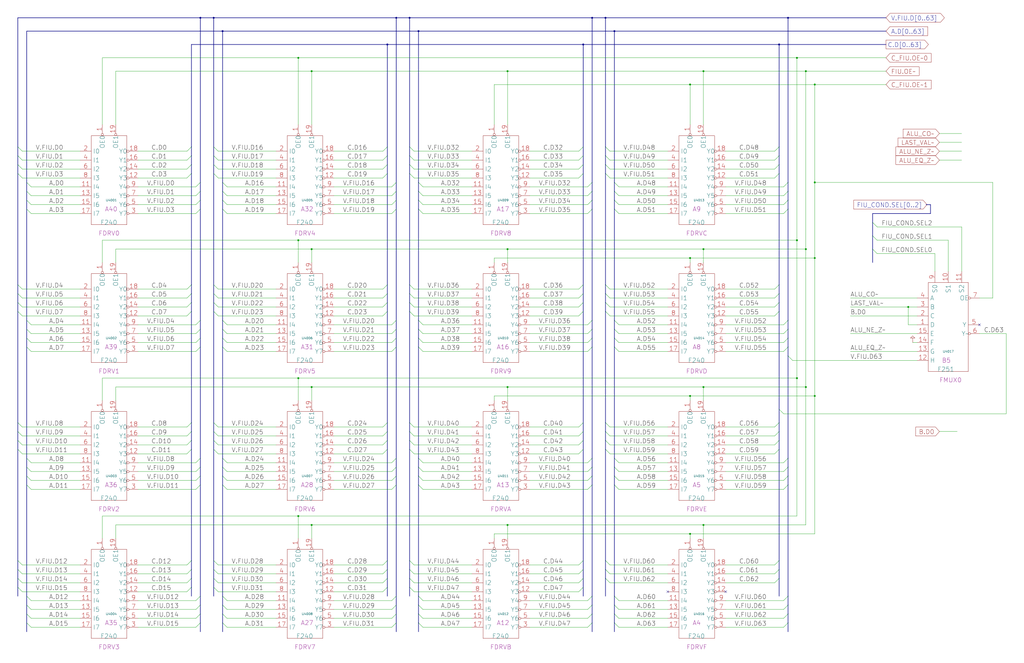
<source format=kicad_sch>
(kicad_sch (version 20230121) (generator eeschema)
  (paper "User" 584.2 378.46)
  (title_block (title "FIU DRIVER AND RECEIVER") (date "22-MAR-90") (rev "1.0") (comment 1 "VALUE") (comment 2 "232-003063") (comment 3 "S400") (comment 4 "RELEASED"))
  (junction (at 454.66 33.02))
  (junction (at 464.82 147.32))
  (junction (at 337.82 10.16))
  (junction (at 401.32 142.24))
  (junction (at 121.92 10.16))
  (junction (at 401.32 220.98))
  (junction (at 464.82 48.26))
  (junction (at 289.56 40.64))
  (junction (at 401.32 299.72))
  (junction (at 345.44 10.16))
  (junction (at 220.98 25.4))
  (junction (at 454.66 137.16))
  (junction (at 177.8 220.98))
  (junction (at 127 17.78))
  (junction (at 393.7 147.32))
  (junction (at 226.06 10.16))
  (junction (at 170.18 294.64))
  (junction (at 464.82 104.14))
  (junction (at 393.7 304.8))
  (junction (at 459.74 40.64))
  (junction (at 289.56 299.72))
  (junction (at 449.58 10.16))
  (junction (at 233.68 10.16))
  (junction (at 170.18 215.9))
  (junction (at 177.8 299.72))
  (junction (at 454.66 215.9))
  (junction (at 393.7 226.06))
  (junction (at 393.7 48.26))
  (junction (at 177.8 142.24))
  (junction (at 518.16 175.26))
  (junction (at 238.76 17.78))
  (junction (at 177.8 40.64))
  (junction (at 401.32 40.64))
  (junction (at 459.74 142.24))
  (junction (at 289.56 142.24))
  (junction (at 289.56 220.98))
  (junction (at 464.82 226.06))
  (junction (at 444.5 25.4))
  (junction (at 170.18 137.16))
  (junction (at 459.74 220.98))
  (junction (at 350.52 17.78))
  (junction (at 170.18 33.02))
  (junction (at 114.3 10.16))
  (junction (at 332.74 25.4))
  (no_connect (at 558.8 185.42))
  (no_connect (at 414.02 337.82))
  (no_connect (at 381 337.82))
  (bus_entry (at 332.74 177.8) (size -2.54 2.54))
  (bus_entry (at 238.76 276.86) (size 2.54 2.54))
  (bus_entry (at 10.16 88.9) (size 2.54 2.54))
  (bus_entry (at 109.22 246.38) (size -2.54 2.54))
  (bus_entry (at 233.68 167.64) (size 2.54 2.54))
  (bus_entry (at 233.68 246.38) (size 2.54 2.54))
  (bus_entry (at 220.98 167.64) (size -2.54 2.54))
  (bus_entry (at 15.24 182.88) (size 2.54 2.54))
  (bus_entry (at 114.3 271.78) (size -2.54 2.54))
  (bus_entry (at 121.92 83.82) (size 2.54 2.54))
  (bus_entry (at 10.16 246.38) (size 2.54 2.54))
  (bus_entry (at 114.3 198.12) (size -2.54 2.54))
  (bus_entry (at 10.16 325.12) (size 2.54 2.54))
  (bus_entry (at 109.22 177.8) (size -2.54 2.54))
  (bus_entry (at 332.74 256.54) (size -2.54 2.54))
  (bus_entry (at 337.82 198.12) (size -2.54 2.54))
  (bus_entry (at 238.76 109.22) (size 2.54 2.54))
  (bus_entry (at 444.5 99.06) (size -2.54 2.54))
  (bus_entry (at 127 261.62) (size 2.54 2.54))
  (bus_entry (at 444.5 167.64) (size -2.54 2.54))
  (bus_entry (at 238.76 355.6) (size 2.54 2.54))
  (bus_entry (at 444.5 172.72) (size -2.54 2.54))
  (bus_entry (at 238.76 119.38) (size 2.54 2.54))
  (bus_entry (at 449.58 261.62) (size -2.54 2.54))
  (bus_entry (at 121.92 335.28) (size 2.54 2.54))
  (bus_entry (at 350.52 104.14) (size 2.54 2.54))
  (bus_entry (at 444.5 83.82) (size -2.54 2.54))
  (bus_entry (at 233.68 162.56) (size 2.54 2.54))
  (bus_entry (at 350.52 350.52) (size 2.54 2.54))
  (bus_entry (at 114.3 266.7) (size -2.54 2.54))
  (bus_entry (at 449.58 104.14) (size -2.54 2.54))
  (bus_entry (at 497.84 142.24) (size 2.54 2.54))
  (bus_entry (at 337.82 109.22) (size -2.54 2.54))
  (bus_entry (at 121.92 330.2) (size 2.54 2.54))
  (bus_entry (at 127 340.36) (size 2.54 2.54))
  (bus_entry (at 10.16 167.64) (size 2.54 2.54))
  (bus_entry (at 10.16 251.46) (size 2.54 2.54))
  (bus_entry (at 449.58 340.36) (size -2.54 2.54))
  (bus_entry (at 226.06 109.22) (size -2.54 2.54))
  (bus_entry (at 337.82 271.78) (size -2.54 2.54))
  (bus_entry (at 109.22 320.04) (size -2.54 2.54))
  (bus_entry (at 15.24 276.86) (size 2.54 2.54))
  (bus_entry (at 497.84 134.62) (size 2.54 2.54))
  (bus_entry (at 10.16 177.8) (size 2.54 2.54))
  (bus_entry (at 233.68 99.06) (size 2.54 2.54))
  (bus_entry (at 220.98 83.82) (size -2.54 2.54))
  (bus_entry (at 332.74 93.98) (size -2.54 2.54))
  (bus_entry (at 444.5 251.46) (size -2.54 2.54))
  (bus_entry (at 332.74 241.3) (size -2.54 2.54))
  (bus_entry (at 220.98 246.38) (size -2.54 2.54))
  (bus_entry (at 350.52 193.04) (size 2.54 2.54))
  (bus_entry (at 233.68 88.9) (size 2.54 2.54))
  (bus_entry (at 109.22 162.56) (size -2.54 2.54))
  (bus_entry (at 127 345.44) (size 2.54 2.54))
  (bus_entry (at 15.24 119.38) (size 2.54 2.54))
  (bus_entry (at 337.82 276.86) (size -2.54 2.54))
  (bus_entry (at 10.16 99.06) (size 2.54 2.54))
  (bus_entry (at 332.74 251.46) (size -2.54 2.54))
  (bus_entry (at 127 271.78) (size 2.54 2.54))
  (bus_entry (at 121.92 88.9) (size 2.54 2.54))
  (bus_entry (at 220.98 93.98) (size -2.54 2.54))
  (bus_entry (at 226.06 340.36) (size -2.54 2.54))
  (bus_entry (at 121.92 251.46) (size 2.54 2.54))
  (bus_entry (at 226.06 345.44) (size -2.54 2.54))
  (bus_entry (at 15.24 266.7) (size 2.54 2.54))
  (bus_entry (at 114.3 187.96) (size -2.54 2.54))
  (bus_entry (at 226.06 276.86) (size -2.54 2.54))
  (bus_entry (at 337.82 119.38) (size -2.54 2.54))
  (bus_entry (at 10.16 241.3) (size 2.54 2.54))
  (bus_entry (at 350.52 109.22) (size 2.54 2.54))
  (bus_entry (at 226.06 198.12) (size -2.54 2.54))
  (bus_entry (at 350.52 114.3) (size 2.54 2.54))
  (bus_entry (at 449.58 345.44) (size -2.54 2.54))
  (bus_entry (at 10.16 330.2) (size 2.54 2.54))
  (bus_entry (at 233.68 177.8) (size 2.54 2.54))
  (bus_entry (at 10.16 83.82) (size 2.54 2.54))
  (bus_entry (at 345.44 241.3) (size 2.54 2.54))
  (bus_entry (at 345.44 93.98) (size 2.54 2.54))
  (bus_entry (at 10.16 320.04) (size 2.54 2.54))
  (bus_entry (at 109.22 88.9) (size -2.54 2.54))
  (bus_entry (at 337.82 104.14) (size -2.54 2.54))
  (bus_entry (at 15.24 114.3) (size 2.54 2.54))
  (bus_entry (at 350.52 276.86) (size 2.54 2.54))
  (bus_entry (at 444.5 246.38) (size -2.54 2.54))
  (bus_entry (at 15.24 193.04) (size 2.54 2.54))
  (bus_entry (at 332.74 88.9) (size -2.54 2.54))
  (bus_entry (at 233.68 241.3) (size 2.54 2.54))
  (bus_entry (at 233.68 93.98) (size 2.54 2.54))
  (bus_entry (at 233.68 335.28) (size 2.54 2.54))
  (bus_entry (at 449.58 109.22) (size -2.54 2.54))
  (bus_entry (at 238.76 340.36) (size 2.54 2.54))
  (bus_entry (at 127 187.96) (size 2.54 2.54))
  (bus_entry (at 449.58 203.2) (size 2.54 2.54))
  (bus_entry (at 345.44 246.38) (size 2.54 2.54))
  (bus_entry (at 114.3 119.38) (size -2.54 2.54))
  (bus_entry (at 10.16 335.28) (size 2.54 2.54))
  (bus_entry (at 238.76 261.62) (size 2.54 2.54))
  (bus_entry (at 449.58 193.04) (size -2.54 2.54))
  (bus_entry (at 337.82 182.88) (size -2.54 2.54))
  (bus_entry (at 220.98 325.12) (size -2.54 2.54))
  (bus_entry (at 444.5 93.98) (size -2.54 2.54))
  (bus_entry (at 109.22 256.54) (size -2.54 2.54))
  (bus_entry (at 337.82 187.96) (size -2.54 2.54))
  (bus_entry (at 345.44 177.8) (size 2.54 2.54))
  (bus_entry (at 345.44 99.06) (size 2.54 2.54))
  (bus_entry (at 15.24 340.36) (size 2.54 2.54))
  (bus_entry (at 345.44 167.64) (size 2.54 2.54))
  (bus_entry (at 238.76 182.88) (size 2.54 2.54))
  (bus_entry (at 220.98 241.3) (size -2.54 2.54))
  (bus_entry (at 332.74 246.38) (size -2.54 2.54))
  (bus_entry (at 449.58 271.78) (size -2.54 2.54))
  (bus_entry (at 220.98 256.54) (size -2.54 2.54))
  (bus_entry (at 350.52 198.12) (size 2.54 2.54))
  (bus_entry (at 226.06 182.88) (size -2.54 2.54))
  (bus_entry (at 449.58 355.6) (size -2.54 2.54))
  (bus_entry (at 350.52 119.38) (size 2.54 2.54))
  (bus_entry (at 332.74 83.82) (size -2.54 2.54))
  (bus_entry (at 15.24 187.96) (size 2.54 2.54))
  (bus_entry (at 226.06 266.7) (size -2.54 2.54))
  (bus_entry (at 127 104.14) (size 2.54 2.54))
  (bus_entry (at 449.58 350.52) (size -2.54 2.54))
  (bus_entry (at 444.5 325.12) (size -2.54 2.54))
  (bus_entry (at 114.3 182.88) (size -2.54 2.54))
  (bus_entry (at 238.76 266.7) (size 2.54 2.54))
  (bus_entry (at 114.3 340.36) (size -2.54 2.54))
  (bus_entry (at 332.74 325.12) (size -2.54 2.54))
  (bus_entry (at 127 114.3) (size 2.54 2.54))
  (bus_entry (at 121.92 320.04) (size 2.54 2.54))
  (bus_entry (at 345.44 83.82) (size 2.54 2.54))
  (bus_entry (at 220.98 330.2) (size -2.54 2.54))
  (bus_entry (at 449.58 198.12) (size -2.54 2.54))
  (bus_entry (at 127 193.04) (size 2.54 2.54))
  (bus_entry (at 114.3 276.86) (size -2.54 2.54))
  (bus_entry (at 337.82 193.04) (size -2.54 2.54))
  (bus_entry (at 337.82 114.3) (size -2.54 2.54))
  (bus_entry (at 220.98 162.56) (size -2.54 2.54))
  (bus_entry (at 337.82 266.7) (size -2.54 2.54))
  (bus_entry (at 114.3 104.14) (size -2.54 2.54))
  (bus_entry (at 350.52 182.88) (size 2.54 2.54))
  (bus_entry (at 15.24 109.22) (size 2.54 2.54))
  (bus_entry (at 121.92 93.98) (size 2.54 2.54))
  (bus_entry (at 109.22 167.64) (size -2.54 2.54))
  (bus_entry (at 332.74 99.06) (size -2.54 2.54))
  (bus_entry (at 233.68 320.04) (size 2.54 2.54))
  (bus_entry (at 233.68 256.54) (size 2.54 2.54))
  (bus_entry (at 449.58 114.3) (size -2.54 2.54))
  (bus_entry (at 121.92 246.38) (size 2.54 2.54))
  (bus_entry (at 350.52 271.78) (size 2.54 2.54))
  (bus_entry (at 337.82 355.6) (size -2.54 2.54))
  (bus_entry (at 238.76 104.14) (size 2.54 2.54))
  (bus_entry (at 449.58 266.7) (size -2.54 2.54))
  (bus_entry (at 497.84 127) (size 2.54 2.54))
  (bus_entry (at 444.5 241.3) (size -2.54 2.54))
  (bus_entry (at 220.98 88.9) (size -2.54 2.54))
  (bus_entry (at 238.76 350.52) (size 2.54 2.54))
  (bus_entry (at 220.98 172.72) (size -2.54 2.54))
  (bus_entry (at 350.52 266.7) (size 2.54 2.54))
  (bus_entry (at 109.22 325.12) (size -2.54 2.54))
  (bus_entry (at 238.76 198.12) (size 2.54 2.54))
  (bus_entry (at 109.22 241.3) (size -2.54 2.54))
  (bus_entry (at 345.44 320.04) (size 2.54 2.54))
  (bus_entry (at 345.44 162.56) (size 2.54 2.54))
  (bus_entry (at 109.22 93.98) (size -2.54 2.54))
  (bus_entry (at 109.22 335.28) (size -2.54 2.54))
  (bus_entry (at 127 182.88) (size 2.54 2.54))
  (bus_entry (at 444.5 330.2) (size -2.54 2.54))
  (bus_entry (at 449.58 187.96) (size -2.54 2.54))
  (bus_entry (at 444.5 177.8) (size -2.54 2.54))
  (bus_entry (at 220.98 99.06) (size -2.54 2.54))
  (bus_entry (at 345.44 325.12) (size 2.54 2.54))
  (bus_entry (at 114.3 193.04) (size -2.54 2.54))
  (bus_entry (at 233.68 325.12) (size 2.54 2.54))
  (bus_entry (at 238.76 114.3) (size 2.54 2.54))
  (bus_entry (at 332.74 320.04) (size -2.54 2.54))
  (bus_entry (at 233.68 251.46) (size 2.54 2.54))
  (bus_entry (at 238.76 187.96) (size 2.54 2.54))
  (bus_entry (at 350.52 261.62) (size 2.54 2.54))
  (bus_entry (at 449.58 276.86) (size -2.54 2.54))
  (bus_entry (at 114.3 345.44) (size -2.54 2.54))
  (bus_entry (at 226.06 355.6) (size -2.54 2.54))
  (bus_entry (at 345.44 256.54) (size 2.54 2.54))
  (bus_entry (at 444.5 88.9) (size -2.54 2.54))
  (bus_entry (at 337.82 340.36) (size -2.54 2.54))
  (bus_entry (at 121.92 325.12) (size 2.54 2.54))
  (bus_entry (at 345.44 251.46) (size 2.54 2.54))
  (bus_entry (at 226.06 104.14) (size -2.54 2.54))
  (bus_entry (at 350.52 340.36) (size 2.54 2.54))
  (bus_entry (at 238.76 271.78) (size 2.54 2.54))
  (bus_entry (at 233.68 330.2) (size 2.54 2.54))
  (bus_entry (at 226.06 114.3) (size -2.54 2.54))
  (bus_entry (at 345.44 88.9) (size 2.54 2.54))
  (bus_entry (at 109.22 99.06) (size -2.54 2.54))
  (bus_entry (at 220.98 251.46) (size -2.54 2.54))
  (bus_entry (at 345.44 330.2) (size 2.54 2.54))
  (bus_entry (at 127 355.6) (size 2.54 2.54))
  (bus_entry (at 449.58 119.38) (size -2.54 2.54))
  (bus_entry (at 337.82 345.44) (size -2.54 2.54))
  (bus_entry (at 114.3 355.6) (size -2.54 2.54))
  (bus_entry (at 127 109.22) (size 2.54 2.54))
  (bus_entry (at 332.74 162.56) (size -2.54 2.54))
  (bus_entry (at 226.06 187.96) (size -2.54 2.54))
  (bus_entry (at 220.98 335.28) (size -2.54 2.54))
  (bus_entry (at 127 198.12) (size 2.54 2.54))
  (bus_entry (at 114.3 350.52) (size -2.54 2.54))
  (bus_entry (at 444.5 233.68) (size 2.54 2.54))
  (bus_entry (at 121.92 177.8) (size 2.54 2.54))
  (bus_entry (at 444.5 256.54) (size -2.54 2.54))
  (bus_entry (at 15.24 261.62) (size 2.54 2.54))
  (bus_entry (at 226.06 271.78) (size -2.54 2.54))
  (bus_entry (at 337.82 261.62) (size -2.54 2.54))
  (bus_entry (at 233.68 172.72) (size 2.54 2.54))
  (bus_entry (at 226.06 261.62) (size -2.54 2.54))
  (bus_entry (at 127 350.52) (size 2.54 2.54))
  (bus_entry (at 220.98 177.8) (size -2.54 2.54))
  (bus_entry (at 127 119.38) (size 2.54 2.54))
  (bus_entry (at 332.74 172.72) (size -2.54 2.54))
  (bus_entry (at 10.16 256.54) (size 2.54 2.54))
  (bus_entry (at 114.3 114.3) (size -2.54 2.54))
  (bus_entry (at 109.22 83.82) (size -2.54 2.54))
  (bus_entry (at 114.3 261.62) (size -2.54 2.54))
  (bus_entry (at 350.52 345.44) (size 2.54 2.54))
  (bus_entry (at 220.98 320.04) (size -2.54 2.54))
  (bus_entry (at 233.68 83.82) (size 2.54 2.54))
  (bus_entry (at 121.92 162.56) (size 2.54 2.54))
  (bus_entry (at 332.74 167.64) (size -2.54 2.54))
  (bus_entry (at 15.24 198.12) (size 2.54 2.54))
  (bus_entry (at 345.44 172.72) (size 2.54 2.54))
  (bus_entry (at 10.16 162.56) (size 2.54 2.54))
  (bus_entry (at 15.24 345.44) (size 2.54 2.54))
  (bus_entry (at 121.92 256.54) (size 2.54 2.54))
  (bus_entry (at 226.06 119.38) (size -2.54 2.54))
  (bus_entry (at 127 276.86) (size 2.54 2.54))
  (bus_entry (at 15.24 104.14) (size 2.54 2.54))
  (bus_entry (at 109.22 251.46) (size -2.54 2.54))
  (bus_entry (at 337.82 350.52) (size -2.54 2.54))
  (bus_entry (at 121.92 241.3) (size 2.54 2.54))
  (bus_entry (at 121.92 167.64) (size 2.54 2.54))
  (bus_entry (at 449.58 182.88) (size -2.54 2.54))
  (bus_entry (at 238.76 345.44) (size 2.54 2.54))
  (bus_entry (at 15.24 355.6) (size 2.54 2.54))
  (bus_entry (at 109.22 172.72) (size -2.54 2.54))
  (bus_entry (at 350.52 355.6) (size 2.54 2.54))
  (bus_entry (at 332.74 330.2) (size -2.54 2.54))
  (bus_entry (at 226.06 193.04) (size -2.54 2.54))
  (bus_entry (at 226.06 350.52) (size -2.54 2.54))
  (bus_entry (at 15.24 271.78) (size 2.54 2.54))
  (bus_entry (at 238.76 193.04) (size 2.54 2.54))
  (bus_entry (at 332.74 335.28) (size -2.54 2.54))
  (bus_entry (at 127 266.7) (size 2.54 2.54))
  (bus_entry (at 109.22 330.2) (size -2.54 2.54))
  (bus_entry (at 444.5 162.56) (size -2.54 2.54))
  (bus_entry (at 114.3 109.22) (size -2.54 2.54))
  (bus_entry (at 15.24 350.52) (size 2.54 2.54))
  (bus_entry (at 10.16 93.98) (size 2.54 2.54))
  (bus_entry (at 121.92 172.72) (size 2.54 2.54))
  (bus_entry (at 444.5 320.04) (size -2.54 2.54))
  (bus_entry (at 121.92 99.06) (size 2.54 2.54))
  (bus_entry (at 350.52 187.96) (size 2.54 2.54))
  (bus_entry (at 10.16 172.72) (size 2.54 2.54))
  (bus (pts (xy 220.98 241.3) (xy 220.98 246.38)))
  (wire (pts (xy 124.46 170.18) (xy 157.48 170.18)))
  (bus (pts (xy 332.74 320.04) (xy 332.74 325.12)))
  (wire (pts (xy 500.38 144.78) (xy 533.4 144.78)))
  (bus (pts (xy 226.06 104.14) (xy 226.06 109.22)))
  (wire (pts (xy 177.8 40.64) (xy 289.56 40.64)))
  (wire (pts (xy 58.42 33.02) (xy 170.18 33.02)))
  (wire (pts (xy 236.22 170.18) (xy 269.24 170.18)))
  (wire (pts (xy 129.54 106.68) (xy 157.48 106.68)))
  (bus (pts (xy 10.16 99.06) (xy 10.16 162.56)))
  (bus (pts (xy 114.3 266.7) (xy 114.3 271.78)))
  (wire (pts (xy 485.14 175.26) (xy 518.16 175.26)))
  (wire (pts (xy 12.7 332.74) (xy 45.72 332.74)))
  (bus (pts (xy 226.06 345.44) (xy 226.06 350.52)))
  (wire (pts (xy 353.06 195.58) (xy 381 195.58)))
  (wire (pts (xy 281.94 228.6) (xy 281.94 226.06)))
  (wire (pts (xy 347.98 254) (xy 381 254)))
  (wire (pts (xy 190.5 121.92) (xy 223.52 121.92)))
  (wire (pts (xy 241.3 353.06) (xy 269.24 353.06)))
  (bus (pts (xy 337.82 271.78) (xy 337.82 276.86)))
  (bus (pts (xy 233.68 167.64) (xy 233.68 172.72)))
  (wire (pts (xy 124.46 332.74) (xy 157.48 332.74)))
  (bus (pts (xy 10.16 10.16) (xy 114.3 10.16)))
  (wire (pts (xy 289.56 142.24) (xy 401.32 142.24)))
  (bus (pts (xy 121.92 256.54) (xy 121.92 320.04)))
  (wire (pts (xy 353.06 106.68) (xy 381 106.68)))
  (bus (pts (xy 345.44 325.12) (xy 345.44 330.2)))
  (wire (pts (xy 236.22 248.92) (xy 269.24 248.92)))
  (bus (pts (xy 449.58 355.6) (xy 449.58 360.68)))
  (wire (pts (xy 485.14 190.5) (xy 523.24 190.5)))
  (bus (pts (xy 233.68 325.12) (xy 233.68 330.2)))
  (bus (pts (xy 15.24 104.14) (xy 15.24 109.22)))
  (bus (pts (xy 226.06 266.7) (xy 226.06 271.78)))
  (wire (pts (xy 17.78 116.84) (xy 45.72 116.84)))
  (wire (pts (xy 414.02 180.34) (xy 441.96 180.34)))
  (bus (pts (xy 444.5 233.68) (xy 444.5 241.3)))
  (bus (pts (xy 350.52 104.14) (xy 350.52 109.22)))
  (bus (pts (xy 444.5 177.8) (xy 444.5 233.68)))
  (wire (pts (xy 190.5 269.24) (xy 223.52 269.24)))
  (bus (pts (xy 10.16 251.46) (xy 10.16 256.54)))
  (bus (pts (xy 109.22 88.9) (xy 109.22 93.98)))
  (wire (pts (xy 129.54 279.4) (xy 157.48 279.4)))
  (bus (pts (xy 109.22 335.28) (xy 109.22 340.36)))
  (bus (pts (xy 449.58 340.36) (xy 449.58 345.44)))
  (bus (pts (xy 332.74 167.64) (xy 332.74 172.72)))
  (wire (pts (xy 401.32 220.98) (xy 401.32 228.6)))
  (wire (pts (xy 236.22 337.82) (xy 269.24 337.82)))
  (wire (pts (xy 236.22 86.36) (xy 269.24 86.36)))
  (wire (pts (xy 353.06 269.24) (xy 381 269.24)))
  (wire (pts (xy 58.42 294.64) (xy 58.42 307.34)))
  (bus (pts (xy 109.22 167.64) (xy 109.22 172.72)))
  (wire (pts (xy 78.74 322.58) (xy 106.68 322.58)))
  (bus (pts (xy 15.24 350.52) (xy 15.24 355.6)))
  (bus (pts (xy 238.76 271.78) (xy 238.76 276.86)))
  (wire (pts (xy 518.16 185.42) (xy 518.16 175.26)))
  (wire (pts (xy 190.5 347.98) (xy 223.52 347.98)))
  (wire (pts (xy 464.82 147.32) (xy 464.82 104.14)))
  (wire (pts (xy 190.5 243.84) (xy 218.44 243.84)))
  (wire (pts (xy 347.98 248.92) (xy 381 248.92)))
  (bus (pts (xy 350.52 17.78) (xy 350.52 104.14)))
  (bus (pts (xy 337.82 10.16) (xy 337.82 104.14)))
  (wire (pts (xy 302.26 165.1) (xy 330.2 165.1)))
  (bus (pts (xy 109.22 177.8) (xy 109.22 241.3)))
  (bus (pts (xy 114.3 109.22) (xy 114.3 114.3)))
  (bus (pts (xy 350.52 109.22) (xy 350.52 114.3)))
  (wire (pts (xy 124.46 165.1) (xy 157.48 165.1)))
  (wire (pts (xy 393.7 304.8) (xy 393.7 307.34)))
  (wire (pts (xy 454.66 137.16) (xy 454.66 215.9)))
  (wire (pts (xy 78.74 170.18) (xy 106.68 170.18)))
  (bus (pts (xy 345.44 241.3) (xy 345.44 246.38)))
  (bus (pts (xy 10.16 10.16) (xy 10.16 83.82)))
  (wire (pts (xy 302.26 274.32) (xy 335.28 274.32)))
  (wire (pts (xy 347.98 101.6) (xy 381 101.6)))
  (bus (pts (xy 109.22 320.04) (xy 109.22 325.12)))
  (wire (pts (xy 414.02 185.42) (xy 447.04 185.42)))
  (bus (pts (xy 345.44 167.64) (xy 345.44 172.72)))
  (bus (pts (xy 444.5 320.04) (xy 444.5 325.12)))
  (bus (pts (xy 10.16 172.72) (xy 10.16 177.8)))
  (bus (pts (xy 444.5 88.9) (xy 444.5 93.98)))
  (bus (pts (xy 238.76 266.7) (xy 238.76 271.78)))
  (wire (pts (xy 124.46 101.6) (xy 157.48 101.6)))
  (wire (pts (xy 414.02 91.44) (xy 441.96 91.44)))
  (wire (pts (xy 393.7 226.06) (xy 393.7 228.6)))
  (wire (pts (xy 535.94 246.38) (xy 546.1 246.38)))
  (wire (pts (xy 454.66 33.02) (xy 454.66 137.16)))
  (wire (pts (xy 190.5 116.84) (xy 223.52 116.84)))
  (wire (pts (xy 170.18 33.02) (xy 454.66 33.02)))
  (wire (pts (xy 302.26 190.5) (xy 335.28 190.5)))
  (wire (pts (xy 302.26 259.08) (xy 330.2 259.08)))
  (bus (pts (xy 10.16 88.9) (xy 10.16 93.98)))
  (wire (pts (xy 190.5 101.6) (xy 218.44 101.6)))
  (wire (pts (xy 190.5 353.06) (xy 223.52 353.06)))
  (wire (pts (xy 414.02 254) (xy 441.96 254)))
  (bus (pts (xy 238.76 355.6) (xy 238.76 360.68)))
  (bus (pts (xy 350.52 350.52) (xy 350.52 355.6)))
  (bus (pts (xy 233.68 88.9) (xy 233.68 93.98)))
  (bus (pts (xy 449.58 187.96) (xy 449.58 193.04)))
  (bus (pts (xy 345.44 10.16) (xy 449.58 10.16)))
  (wire (pts (xy 302.26 91.44) (xy 330.2 91.44)))
  (wire (pts (xy 58.42 33.02) (xy 58.42 71.12)))
  (bus (pts (xy 220.98 251.46) (xy 220.98 256.54)))
  (wire (pts (xy 17.78 195.58) (xy 45.72 195.58)))
  (wire (pts (xy 190.5 195.58) (xy 223.52 195.58)))
  (wire (pts (xy 558.8 170.18) (xy 566.42 170.18)))
  (bus (pts (xy 121.92 241.3) (xy 121.92 246.38)))
  (wire (pts (xy 190.5 190.5) (xy 223.52 190.5)))
  (bus (pts (xy 444.5 241.3) (xy 444.5 246.38)))
  (wire (pts (xy 170.18 294.64) (xy 170.18 307.34)))
  (bus (pts (xy 121.92 251.46) (xy 121.92 256.54)))
  (wire (pts (xy 353.06 200.66) (xy 381 200.66)))
  (bus (pts (xy 15.24 261.62) (xy 15.24 266.7)))
  (wire (pts (xy 78.74 269.24) (xy 111.76 269.24)))
  (bus (pts (xy 109.22 162.56) (xy 109.22 167.64)))
  (bus (pts (xy 10.16 325.12) (xy 10.16 330.2)))
  (bus (pts (xy 10.16 256.54) (xy 10.16 320.04)))
  (wire (pts (xy 17.78 353.06) (xy 45.72 353.06)))
  (wire (pts (xy 464.82 304.8) (xy 464.82 226.06)))
  (bus (pts (xy 121.92 172.72) (xy 121.92 177.8)))
  (wire (pts (xy 414.02 332.74) (xy 441.96 332.74)))
  (wire (pts (xy 414.02 327.66) (xy 441.96 327.66)))
  (wire (pts (xy 464.82 48.26) (xy 505.46 48.26)))
  (wire (pts (xy 302.26 337.82) (xy 330.2 337.82)))
  (wire (pts (xy 129.54 190.5) (xy 157.48 190.5)))
  (bus (pts (xy 15.24 271.78) (xy 15.24 276.86)))
  (bus (pts (xy 121.92 99.06) (xy 121.92 162.56)))
  (bus (pts (xy 121.92 167.64) (xy 121.92 172.72)))
  (wire (pts (xy 190.5 86.36) (xy 218.44 86.36)))
  (bus (pts (xy 345.44 99.06) (xy 345.44 162.56)))
  (bus (pts (xy 444.5 251.46) (xy 444.5 256.54)))
  (wire (pts (xy 129.54 116.84) (xy 157.48 116.84)))
  (bus (pts (xy 226.06 119.38) (xy 226.06 182.88)))
  (wire (pts (xy 347.98 96.52) (xy 381 96.52)))
  (bus (pts (xy 220.98 167.64) (xy 220.98 172.72)))
  (bus (pts (xy 337.82 193.04) (xy 337.82 198.12)))
  (wire (pts (xy 236.22 96.52) (xy 269.24 96.52)))
  (wire (pts (xy 236.22 327.66) (xy 269.24 327.66)))
  (bus (pts (xy 337.82 198.12) (xy 337.82 261.62)))
  (wire (pts (xy 281.94 48.26) (xy 281.94 71.12)))
  (bus (pts (xy 220.98 99.06) (xy 220.98 162.56)))
  (wire (pts (xy 78.74 274.32) (xy 111.76 274.32)))
  (wire (pts (xy 236.22 175.26) (xy 269.24 175.26)))
  (bus (pts (xy 233.68 177.8) (xy 233.68 241.3)))
  (bus (pts (xy 226.06 271.78) (xy 226.06 276.86)))
  (wire (pts (xy 401.32 220.98) (xy 459.74 220.98)))
  (wire (pts (xy 78.74 195.58) (xy 111.76 195.58)))
  (bus (pts (xy 109.22 251.46) (xy 109.22 256.54)))
  (wire (pts (xy 236.22 101.6) (xy 269.24 101.6)))
  (wire (pts (xy 177.8 142.24) (xy 177.8 149.86)))
  (bus (pts (xy 345.44 251.46) (xy 345.44 256.54)))
  (wire (pts (xy 78.74 96.52) (xy 106.68 96.52)))
  (wire (pts (xy 190.5 322.58) (xy 218.44 322.58)))
  (wire (pts (xy 12.7 180.34) (xy 45.72 180.34)))
  (wire (pts (xy 535.94 81.28) (xy 548.64 81.28)))
  (wire (pts (xy 485.14 180.34) (xy 523.24 180.34)))
  (bus (pts (xy 345.44 172.72) (xy 345.44 177.8)))
  (bus (pts (xy 332.74 325.12) (xy 332.74 330.2)))
  (bus (pts (xy 226.06 109.22) (xy 226.06 114.3)))
  (wire (pts (xy 281.94 48.26) (xy 393.7 48.26)))
  (bus (pts (xy 127 198.12) (xy 127 261.62)))
  (bus (pts (xy 497.84 121.92) (xy 530.86 121.92)))
  (wire (pts (xy 12.7 101.6) (xy 45.72 101.6)))
  (wire (pts (xy 78.74 248.92) (xy 106.68 248.92)))
  (bus (pts (xy 109.22 25.4) (xy 220.98 25.4)))
  (wire (pts (xy 347.98 327.66) (xy 381 327.66)))
  (wire (pts (xy 190.5 96.52) (xy 218.44 96.52)))
  (wire (pts (xy 401.32 299.72) (xy 289.56 299.72)))
  (wire (pts (xy 78.74 111.76) (xy 111.76 111.76)))
  (wire (pts (xy 454.66 215.9) (xy 454.66 294.64)))
  (bus (pts (xy 337.82 10.16) (xy 345.44 10.16)))
  (bus (pts (xy 449.58 119.38) (xy 449.58 182.88)))
  (wire (pts (xy 66.04 299.72) (xy 66.04 307.34)))
  (wire (pts (xy 78.74 185.42) (xy 111.76 185.42)))
  (bus (pts (xy 337.82 345.44) (xy 337.82 350.52)))
  (bus (pts (xy 114.3 340.36) (xy 114.3 345.44)))
  (wire (pts (xy 574.04 190.5) (xy 558.8 190.5)))
  (wire (pts (xy 302.26 185.42) (xy 335.28 185.42)))
  (bus (pts (xy 114.3 345.44) (xy 114.3 350.52)))
  (bus (pts (xy 220.98 25.4) (xy 332.74 25.4)))
  (wire (pts (xy 12.7 170.18) (xy 45.72 170.18)))
  (wire (pts (xy 190.5 358.14) (xy 223.52 358.14)))
  (wire (pts (xy 464.82 104.14) (xy 464.82 48.26)))
  (wire (pts (xy 12.7 243.84) (xy 45.72 243.84)))
  (wire (pts (xy 78.74 86.36) (xy 106.68 86.36)))
  (wire (pts (xy 78.74 342.9) (xy 111.76 342.9)))
  (bus (pts (xy 528.32 116.84) (xy 530.86 116.84)))
  (wire (pts (xy 414.02 190.5) (xy 447.04 190.5)))
  (wire (pts (xy 302.26 279.4) (xy 335.28 279.4)))
  (bus (pts (xy 15.24 119.38) (xy 15.24 182.88)))
  (wire (pts (xy 177.8 299.72) (xy 66.04 299.72)))
  (bus (pts (xy 238.76 345.44) (xy 238.76 350.52)))
  (bus (pts (xy 114.3 355.6) (xy 114.3 360.68)))
  (wire (pts (xy 78.74 254) (xy 106.68 254)))
  (bus (pts (xy 121.92 335.28) (xy 121.92 340.36)))
  (bus (pts (xy 226.06 276.86) (xy 226.06 340.36)))
  (wire (pts (xy 236.22 180.34) (xy 269.24 180.34)))
  (wire (pts (xy 78.74 165.1) (xy 106.68 165.1)))
  (wire (pts (xy 281.94 147.32) (xy 393.7 147.32)))
  (wire (pts (xy 414.02 358.14) (xy 447.04 358.14)))
  (bus (pts (xy 332.74 251.46) (xy 332.74 256.54)))
  (bus (pts (xy 121.92 246.38) (xy 121.92 251.46)))
  (bus (pts (xy 114.3 350.52) (xy 114.3 355.6)))
  (bus (pts (xy 15.24 198.12) (xy 15.24 261.62)))
  (wire (pts (xy 241.3 274.32) (xy 269.24 274.32)))
  (wire (pts (xy 485.14 170.18) (xy 523.24 170.18)))
  (bus (pts (xy 114.3 182.88) (xy 114.3 187.96)))
  (bus (pts (xy 127 187.96) (xy 127 193.04)))
  (wire (pts (xy 241.3 195.58) (xy 269.24 195.58)))
  (wire (pts (xy 78.74 200.66) (xy 111.76 200.66)))
  (wire (pts (xy 12.7 86.36) (xy 45.72 86.36)))
  (wire (pts (xy 302.26 332.74) (xy 330.2 332.74)))
  (wire (pts (xy 302.26 342.9) (xy 335.28 342.9)))
  (bus (pts (xy 350.52 114.3) (xy 350.52 119.38)))
  (bus (pts (xy 121.92 177.8) (xy 121.92 241.3)))
  (bus (pts (xy 497.84 121.92) (xy 497.84 127)))
  (bus (pts (xy 337.82 182.88) (xy 337.82 187.96)))
  (bus (pts (xy 449.58 182.88) (xy 449.58 187.96)))
  (bus (pts (xy 337.82 350.52) (xy 337.82 355.6)))
  (bus (pts (xy 15.24 109.22) (xy 15.24 114.3)))
  (bus (pts (xy 15.24 266.7) (xy 15.24 271.78)))
  (wire (pts (xy 393.7 147.32) (xy 464.82 147.32)))
  (wire (pts (xy 190.5 185.42) (xy 223.52 185.42)))
  (wire (pts (xy 302.26 248.92) (xy 330.2 248.92)))
  (wire (pts (xy 414.02 96.52) (xy 441.96 96.52)))
  (bus (pts (xy 121.92 325.12) (xy 121.92 330.2)))
  (bus (pts (xy 233.68 83.82) (xy 233.68 88.9)))
  (wire (pts (xy 190.5 170.18) (xy 218.44 170.18)))
  (bus (pts (xy 220.98 88.9) (xy 220.98 93.98)))
  (bus (pts (xy 226.06 187.96) (xy 226.06 193.04)))
  (wire (pts (xy 401.32 40.64) (xy 459.74 40.64)))
  (wire (pts (xy 302.26 195.58) (xy 335.28 195.58)))
  (wire (pts (xy 414.02 195.58) (xy 447.04 195.58)))
  (wire (pts (xy 78.74 175.26) (xy 106.68 175.26)))
  (wire (pts (xy 353.06 358.14) (xy 381 358.14)))
  (bus (pts (xy 226.06 340.36) (xy 226.06 345.44)))
  (wire (pts (xy 66.04 220.98) (xy 66.04 228.6)))
  (wire (pts (xy 414.02 243.84) (xy 441.96 243.84)))
  (wire (pts (xy 190.5 337.82) (xy 218.44 337.82)))
  (bus (pts (xy 238.76 17.78) (xy 238.76 104.14)))
  (bus (pts (xy 332.74 88.9) (xy 332.74 93.98)))
  (wire (pts (xy 78.74 121.92) (xy 111.76 121.92)))
  (bus (pts (xy 332.74 99.06) (xy 332.74 162.56)))
  (bus (pts (xy 444.5 162.56) (xy 444.5 167.64)))
  (wire (pts (xy 393.7 48.26) (xy 464.82 48.26)))
  (bus (pts (xy 497.84 142.24) (xy 497.84 149.86)))
  (wire (pts (xy 302.26 358.14) (xy 335.28 358.14)))
  (bus (pts (xy 444.5 25.4) (xy 444.5 83.82)))
  (wire (pts (xy 190.5 332.74) (xy 218.44 332.74)))
  (bus (pts (xy 226.06 10.16) (xy 233.68 10.16)))
  (bus (pts (xy 15.24 114.3) (xy 15.24 119.38)))
  (bus (pts (xy 350.52 271.78) (xy 350.52 276.86)))
  (wire (pts (xy 129.54 274.32) (xy 157.48 274.32)))
  (wire (pts (xy 190.5 106.68) (xy 223.52 106.68)))
  (wire (pts (xy 66.04 220.98) (xy 177.8 220.98)))
  (bus (pts (xy 238.76 261.62) (xy 238.76 266.7)))
  (bus (pts (xy 114.3 193.04) (xy 114.3 198.12)))
  (bus (pts (xy 15.24 193.04) (xy 15.24 198.12)))
  (bus (pts (xy 332.74 172.72) (xy 332.74 177.8)))
  (bus (pts (xy 121.92 330.2) (xy 121.92 335.28)))
  (bus (pts (xy 444.5 330.2) (xy 444.5 340.36)))
  (wire (pts (xy 347.98 170.18) (xy 381 170.18)))
  (bus (pts (xy 345.44 162.56) (xy 345.44 167.64)))
  (bus (pts (xy 332.74 177.8) (xy 332.74 241.3)))
  (wire (pts (xy 124.46 243.84) (xy 157.48 243.84)))
  (wire (pts (xy 190.5 175.26) (xy 218.44 175.26)))
  (bus (pts (xy 233.68 172.72) (xy 233.68 177.8)))
  (bus (pts (xy 350.52 345.44) (xy 350.52 350.52)))
  (wire (pts (xy 78.74 91.44) (xy 106.68 91.44)))
  (bus (pts (xy 233.68 10.16) (xy 337.82 10.16)))
  (bus (pts (xy 444.5 83.82) (xy 444.5 88.9)))
  (wire (pts (xy 129.54 121.92) (xy 157.48 121.92)))
  (wire (pts (xy 347.98 322.58) (xy 381 322.58)))
  (bus (pts (xy 497.84 127) (xy 497.84 134.62)))
  (wire (pts (xy 241.3 342.9) (xy 269.24 342.9)))
  (bus (pts (xy 449.58 350.52) (xy 449.58 355.6)))
  (wire (pts (xy 281.94 304.8) (xy 393.7 304.8)))
  (wire (pts (xy 241.3 190.5) (xy 269.24 190.5)))
  (bus (pts (xy 127 17.78) (xy 127 104.14)))
  (wire (pts (xy 17.78 106.68) (xy 45.72 106.68)))
  (wire (pts (xy 414.02 200.66) (xy 447.04 200.66)))
  (bus (pts (xy 114.3 119.38) (xy 114.3 182.88)))
  (bus (pts (xy 350.52 340.36) (xy 350.52 345.44)))
  (wire (pts (xy 78.74 358.14) (xy 111.76 358.14)))
  (bus (pts (xy 109.22 241.3) (xy 109.22 246.38)))
  (bus (pts (xy 337.82 355.6) (xy 337.82 360.68)))
  (bus (pts (xy 449.58 198.12) (xy 449.58 203.2)))
  (wire (pts (xy 535.94 91.44) (xy 548.64 91.44)))
  (bus (pts (xy 220.98 172.72) (xy 220.98 177.8)))
  (bus (pts (xy 350.52 276.86) (xy 350.52 340.36)))
  (wire (pts (xy 78.74 180.34) (xy 106.68 180.34)))
  (bus (pts (xy 449.58 276.86) (xy 449.58 340.36)))
  (wire (pts (xy 78.74 279.4) (xy 111.76 279.4)))
  (bus (pts (xy 350.52 17.78) (xy 505.46 17.78)))
  (wire (pts (xy 302.26 116.84) (xy 335.28 116.84)))
  (bus (pts (xy 127 266.7) (xy 127 271.78)))
  (wire (pts (xy 414.02 106.68) (xy 447.04 106.68)))
  (bus (pts (xy 114.3 271.78) (xy 114.3 276.86)))
  (bus (pts (xy 350.52 266.7) (xy 350.52 271.78)))
  (bus (pts (xy 337.82 114.3) (xy 337.82 119.38)))
  (wire (pts (xy 58.42 137.16) (xy 58.42 149.86)))
  (bus (pts (xy 332.74 83.82) (xy 332.74 88.9)))
  (wire (pts (xy 414.02 322.58) (xy 441.96 322.58)))
  (bus (pts (xy 114.3 261.62) (xy 114.3 266.7)))
  (bus (pts (xy 114.3 276.86) (xy 114.3 340.36)))
  (wire (pts (xy 190.5 200.66) (xy 223.52 200.66)))
  (wire (pts (xy 190.5 264.16) (xy 223.52 264.16)))
  (wire (pts (xy 414.02 259.08) (xy 441.96 259.08)))
  (bus (pts (xy 15.24 182.88) (xy 15.24 187.96)))
  (wire (pts (xy 241.3 200.66) (xy 269.24 200.66)))
  (bus (pts (xy 10.16 320.04) (xy 10.16 325.12)))
  (wire (pts (xy 17.78 269.24) (xy 45.72 269.24)))
  (bus (pts (xy 530.86 121.92) (xy 530.86 116.84)))
  (wire (pts (xy 17.78 185.42) (xy 45.72 185.42)))
  (wire (pts (xy 12.7 254) (xy 45.72 254)))
  (bus (pts (xy 109.22 25.4) (xy 109.22 83.82)))
  (bus (pts (xy 10.16 162.56) (xy 10.16 167.64)))
  (bus (pts (xy 350.52 355.6) (xy 350.52 360.68)))
  (bus (pts (xy 226.06 350.52) (xy 226.06 355.6)))
  (bus (pts (xy 233.68 10.16) (xy 233.68 83.82)))
  (bus (pts (xy 238.76 193.04) (xy 238.76 198.12)))
  (wire (pts (xy 281.94 149.86) (xy 281.94 147.32)))
  (bus (pts (xy 114.3 10.16) (xy 121.92 10.16)))
  (wire (pts (xy 393.7 48.26) (xy 393.7 71.12)))
  (wire (pts (xy 12.7 96.52) (xy 45.72 96.52)))
  (bus (pts (xy 332.74 162.56) (xy 332.74 167.64)))
  (bus (pts (xy 449.58 10.16) (xy 449.58 104.14)))
  (wire (pts (xy 347.98 175.26) (xy 381 175.26)))
  (wire (pts (xy 12.7 91.44) (xy 45.72 91.44)))
  (wire (pts (xy 353.06 121.92) (xy 381 121.92)))
  (bus (pts (xy 337.82 119.38) (xy 337.82 182.88)))
  (wire (pts (xy 241.3 185.42) (xy 269.24 185.42)))
  (bus (pts (xy 220.98 25.4) (xy 220.98 83.82)))
  (bus (pts (xy 127 350.52) (xy 127 355.6)))
  (bus (pts (xy 337.82 261.62) (xy 337.82 266.7)))
  (wire (pts (xy 289.56 299.72) (xy 177.8 299.72)))
  (wire (pts (xy 347.98 86.36) (xy 381 86.36)))
  (bus (pts (xy 332.74 25.4) (xy 444.5 25.4)))
  (wire (pts (xy 347.98 332.74) (xy 381 332.74)))
  (wire (pts (xy 353.06 185.42) (xy 381 185.42)))
  (bus (pts (xy 233.68 251.46) (xy 233.68 256.54)))
  (wire (pts (xy 459.74 142.24) (xy 459.74 220.98)))
  (wire (pts (xy 236.22 332.74) (xy 269.24 332.74)))
  (wire (pts (xy 533.4 144.78) (xy 533.4 154.94)))
  (bus (pts (xy 10.16 335.28) (xy 10.16 340.36)))
  (wire (pts (xy 124.46 322.58) (xy 157.48 322.58)))
  (bus (pts (xy 238.76 119.38) (xy 238.76 182.88)))
  (wire (pts (xy 347.98 165.1) (xy 381 165.1)))
  (wire (pts (xy 353.06 190.5) (xy 381 190.5)))
  (bus (pts (xy 350.52 119.38) (xy 350.52 182.88)))
  (bus (pts (xy 10.16 330.2) (xy 10.16 335.28)))
  (wire (pts (xy 17.78 347.98) (xy 45.72 347.98)))
  (wire (pts (xy 17.78 190.5) (xy 45.72 190.5)))
  (bus (pts (xy 109.22 246.38) (xy 109.22 251.46)))
  (wire (pts (xy 78.74 259.08) (xy 106.68 259.08)))
  (bus (pts (xy 332.74 335.28) (xy 332.74 340.36)))
  (wire (pts (xy 500.38 129.54) (xy 548.64 129.54)))
  (bus (pts (xy 350.52 182.88) (xy 350.52 187.96)))
  (bus (pts (xy 114.3 114.3) (xy 114.3 119.38)))
  (bus (pts (xy 109.22 172.72) (xy 109.22 177.8)))
  (wire (pts (xy 289.56 220.98) (xy 401.32 220.98)))
  (wire (pts (xy 17.78 358.14) (xy 45.72 358.14)))
  (bus (pts (xy 337.82 187.96) (xy 337.82 193.04)))
  (bus (pts (xy 127 355.6) (xy 127 360.68)))
  (bus (pts (xy 220.98 83.82) (xy 220.98 88.9)))
  (wire (pts (xy 241.3 269.24) (xy 269.24 269.24)))
  (bus (pts (xy 337.82 266.7) (xy 337.82 271.78)))
  (wire (pts (xy 414.02 121.92) (xy 447.04 121.92)))
  (bus (pts (xy 15.24 276.86) (xy 15.24 340.36)))
  (wire (pts (xy 414.02 264.16) (xy 447.04 264.16)))
  (bus (pts (xy 345.44 93.98) (xy 345.44 99.06)))
  (wire (pts (xy 401.32 142.24) (xy 459.74 142.24)))
  (bus (pts (xy 350.52 193.04) (xy 350.52 198.12)))
  (bus (pts (xy 350.52 187.96) (xy 350.52 193.04)))
  (wire (pts (xy 535.94 86.36) (xy 548.64 86.36)))
  (wire (pts (xy 289.56 220.98) (xy 289.56 228.6)))
  (wire (pts (xy 12.7 322.58) (xy 45.72 322.58)))
  (wire (pts (xy 353.06 111.76) (xy 381 111.76)))
  (bus (pts (xy 345.44 320.04) (xy 345.44 325.12)))
  (wire (pts (xy 17.78 200.66) (xy 45.72 200.66)))
  (wire (pts (xy 302.26 170.18) (xy 330.2 170.18)))
  (wire (pts (xy 289.56 299.72) (xy 289.56 307.34)))
  (wire (pts (xy 302.26 353.06) (xy 335.28 353.06)))
  (bus (pts (xy 10.16 177.8) (xy 10.16 241.3)))
  (bus (pts (xy 114.3 198.12) (xy 114.3 261.62)))
  (bus (pts (xy 449.58 271.78) (xy 449.58 276.86)))
  (wire (pts (xy 236.22 243.84) (xy 269.24 243.84)))
  (wire (pts (xy 302.26 96.52) (xy 330.2 96.52)))
  (wire (pts (xy 190.5 259.08) (xy 218.44 259.08)))
  (wire (pts (xy 459.74 40.64) (xy 459.74 142.24)))
  (wire (pts (xy 548.64 129.54) (xy 548.64 154.94)))
  (wire (pts (xy 414.02 248.92) (xy 441.96 248.92)))
  (wire (pts (xy 241.3 116.84) (xy 269.24 116.84)))
  (wire (pts (xy 414.02 111.76) (xy 447.04 111.76)))
  (wire (pts (xy 574.04 236.22) (xy 574.04 190.5)))
  (wire (pts (xy 12.7 248.92) (xy 45.72 248.92)))
  (wire (pts (xy 452.12 205.74) (xy 523.24 205.74)))
  (wire (pts (xy 129.54 342.9) (xy 157.48 342.9)))
  (wire (pts (xy 302.26 106.68) (xy 335.28 106.68)))
  (bus (pts (xy 109.22 325.12) (xy 109.22 330.2)))
  (bus (pts (xy 220.98 335.28) (xy 220.98 340.36)))
  (wire (pts (xy 12.7 327.66) (xy 45.72 327.66)))
  (wire (pts (xy 124.46 248.92) (xy 157.48 248.92)))
  (wire (pts (xy 190.5 248.92) (xy 218.44 248.92)))
  (bus (pts (xy 238.76 350.52) (xy 238.76 355.6)))
  (wire (pts (xy 58.42 137.16) (xy 170.18 137.16)))
  (wire (pts (xy 459.74 40.64) (xy 505.46 40.64)))
  (bus (pts (xy 127 182.88) (xy 127 187.96)))
  (wire (pts (xy 523.24 185.42) (xy 518.16 185.42)))
  (bus (pts (xy 127 276.86) (xy 127 340.36)))
  (wire (pts (xy 78.74 337.82) (xy 106.68 337.82)))
  (bus (pts (xy 233.68 93.98) (xy 233.68 99.06)))
  (bus (pts (xy 10.16 93.98) (xy 10.16 99.06)))
  (wire (pts (xy 302.26 347.98) (xy 335.28 347.98)))
  (wire (pts (xy 353.06 264.16) (xy 381 264.16)))
  (wire (pts (xy 281.94 307.34) (xy 281.94 304.8)))
  (wire (pts (xy 78.74 332.74) (xy 106.68 332.74)))
  (wire (pts (xy 66.04 40.64) (xy 66.04 71.12)))
  (wire (pts (xy 78.74 106.68) (xy 111.76 106.68)))
  (wire (pts (xy 302.26 269.24) (xy 335.28 269.24)))
  (bus (pts (xy 444.5 325.12) (xy 444.5 330.2)))
  (bus (pts (xy 238.76 340.36) (xy 238.76 345.44)))
  (bus (pts (xy 121.92 320.04) (xy 121.92 325.12)))
  (wire (pts (xy 177.8 220.98) (xy 289.56 220.98)))
  (wire (pts (xy 78.74 327.66) (xy 106.68 327.66)))
  (bus (pts (xy 121.92 162.56) (xy 121.92 167.64)))
  (bus (pts (xy 449.58 109.22) (xy 449.58 114.3)))
  (bus (pts (xy 337.82 340.36) (xy 337.82 345.44)))
  (bus (pts (xy 350.52 198.12) (xy 350.52 261.62)))
  (bus (pts (xy 238.76 104.14) (xy 238.76 109.22)))
  (wire (pts (xy 190.5 274.32) (xy 223.52 274.32)))
  (wire (pts (xy 12.7 165.1) (xy 45.72 165.1)))
  (bus (pts (xy 15.24 187.96) (xy 15.24 193.04)))
  (bus (pts (xy 332.74 241.3) (xy 332.74 246.38)))
  (wire (pts (xy 58.42 215.9) (xy 58.42 228.6)))
  (wire (pts (xy 170.18 215.9) (xy 170.18 228.6)))
  (bus (pts (xy 444.5 246.38) (xy 444.5 251.46)))
  (wire (pts (xy 78.74 347.98) (xy 111.76 347.98)))
  (wire (pts (xy 566.42 170.18) (xy 566.42 104.14)))
  (wire (pts (xy 302.26 243.84) (xy 330.2 243.84)))
  (bus (pts (xy 332.74 256.54) (xy 332.74 320.04)))
  (wire (pts (xy 535.94 76.2) (xy 548.64 76.2)))
  (wire (pts (xy 17.78 274.32) (xy 45.72 274.32)))
  (wire (pts (xy 17.78 264.16) (xy 45.72 264.16)))
  (bus (pts (xy 226.06 193.04) (xy 226.06 198.12)))
  (wire (pts (xy 12.7 337.82) (xy 45.72 337.82)))
  (wire (pts (xy 78.74 190.5) (xy 111.76 190.5)))
  (wire (pts (xy 190.5 254) (xy 218.44 254)))
  (wire (pts (xy 566.42 104.14) (xy 464.82 104.14)))
  (bus (pts (xy 15.24 355.6) (xy 15.24 360.68)))
  (bus (pts (xy 114.3 187.96) (xy 114.3 193.04)))
  (wire (pts (xy 302.26 254) (xy 330.2 254)))
  (wire (pts (xy 414.02 170.18) (xy 441.96 170.18)))
  (wire (pts (xy 414.02 165.1) (xy 441.96 165.1)))
  (wire (pts (xy 414.02 86.36) (xy 441.96 86.36)))
  (wire (pts (xy 78.74 101.6) (xy 106.68 101.6)))
  (wire (pts (xy 289.56 142.24) (xy 289.56 149.86)))
  (bus (pts (xy 10.16 167.64) (xy 10.16 172.72)))
  (bus (pts (xy 345.44 246.38) (xy 345.44 251.46)))
  (bus (pts (xy 449.58 203.2) (xy 449.58 261.62)))
  (bus (pts (xy 10.16 241.3) (xy 10.16 246.38)))
  (wire (pts (xy 124.46 86.36) (xy 157.48 86.36)))
  (wire (pts (xy 124.46 96.52) (xy 157.48 96.52)))
  (wire (pts (xy 414.02 279.4) (xy 447.04 279.4)))
  (wire (pts (xy 177.8 299.72) (xy 177.8 307.34)))
  (bus (pts (xy 345.44 83.82) (xy 345.44 88.9)))
  (bus (pts (xy 121.92 88.9) (xy 121.92 93.98)))
  (wire (pts (xy 541.02 137.16) (xy 541.02 154.94)))
  (bus (pts (xy 15.24 345.44) (xy 15.24 350.52)))
  (bus (pts (xy 121.92 10.16) (xy 226.06 10.16)))
  (wire (pts (xy 78.74 116.84) (xy 111.76 116.84)))
  (wire (pts (xy 459.74 299.72) (xy 401.32 299.72)))
  (wire (pts (xy 500.38 137.16) (xy 541.02 137.16)))
  (bus (pts (xy 449.58 10.16) (xy 505.46 10.16)))
  (wire (pts (xy 236.22 322.58) (xy 269.24 322.58)))
  (wire (pts (xy 302.26 111.76) (xy 335.28 111.76)))
  (wire (pts (xy 414.02 342.9) (xy 447.04 342.9)))
  (wire (pts (xy 289.56 40.64) (xy 289.56 71.12)))
  (wire (pts (xy 302.26 200.66) (xy 335.28 200.66)))
  (bus (pts (xy 444.5 25.4) (xy 505.46 25.4)))
  (wire (pts (xy 129.54 111.76) (xy 157.48 111.76)))
  (wire (pts (xy 129.54 264.16) (xy 157.48 264.16)))
  (bus (pts (xy 226.06 198.12) (xy 226.06 261.62)))
  (wire (pts (xy 129.54 358.14) (xy 157.48 358.14)))
  (wire (pts (xy 414.02 347.98) (xy 447.04 347.98)))
  (bus (pts (xy 226.06 261.62) (xy 226.06 266.7)))
  (bus (pts (xy 345.44 88.9) (xy 345.44 93.98)))
  (wire (pts (xy 17.78 342.9) (xy 45.72 342.9)))
  (wire (pts (xy 353.06 347.98) (xy 381 347.98)))
  (wire (pts (xy 302.26 327.66) (xy 330.2 327.66)))
  (wire (pts (xy 302.26 180.34) (xy 330.2 180.34)))
  (wire (pts (xy 414.02 116.84) (xy 447.04 116.84)))
  (bus (pts (xy 220.98 177.8) (xy 220.98 241.3)))
  (wire (pts (xy 236.22 259.08) (xy 269.24 259.08)))
  (wire (pts (xy 236.22 165.1) (xy 269.24 165.1)))
  (bus (pts (xy 10.16 83.82) (xy 10.16 88.9)))
  (bus (pts (xy 233.68 320.04) (xy 233.68 325.12)))
  (bus (pts (xy 233.68 246.38) (xy 233.68 251.46)))
  (wire (pts (xy 241.3 347.98) (xy 269.24 347.98)))
  (wire (pts (xy 129.54 347.98) (xy 157.48 347.98)))
  (bus (pts (xy 345.44 330.2) (xy 345.44 340.36)))
  (bus (pts (xy 337.82 276.86) (xy 337.82 340.36)))
  (wire (pts (xy 124.46 337.82) (xy 157.48 337.82)))
  (wire (pts (xy 66.04 40.64) (xy 177.8 40.64)))
  (wire (pts (xy 347.98 259.08) (xy 381 259.08)))
  (wire (pts (xy 129.54 353.06) (xy 157.48 353.06)))
  (bus (pts (xy 127 193.04) (xy 127 198.12)))
  (wire (pts (xy 414.02 274.32) (xy 447.04 274.32)))
  (bus (pts (xy 238.76 276.86) (xy 238.76 340.36)))
  (bus (pts (xy 238.76 114.3) (xy 238.76 119.38)))
  (wire (pts (xy 124.46 327.66) (xy 157.48 327.66)))
  (bus (pts (xy 127 114.3) (xy 127 119.38)))
  (bus (pts (xy 332.74 25.4) (xy 332.74 83.82)))
  (bus (pts (xy 238.76 17.78) (xy 350.52 17.78)))
  (bus (pts (xy 332.74 93.98) (xy 332.74 99.06)))
  (bus (pts (xy 220.98 246.38) (xy 220.98 251.46)))
  (bus (pts (xy 233.68 99.06) (xy 233.68 162.56)))
  (wire (pts (xy 124.46 175.26) (xy 157.48 175.26)))
  (bus (pts (xy 332.74 330.2) (xy 332.74 335.28)))
  (wire (pts (xy 12.7 259.08) (xy 45.72 259.08)))
  (bus (pts (xy 121.92 10.16) (xy 121.92 83.82)))
  (wire (pts (xy 236.22 91.44) (xy 269.24 91.44)))
  (wire (pts (xy 353.06 279.4) (xy 381 279.4)))
  (wire (pts (xy 485.14 200.66) (xy 523.24 200.66)))
  (wire (pts (xy 347.98 180.34) (xy 381 180.34)))
  (bus (pts (xy 220.98 162.56) (xy 220.98 167.64)))
  (wire (pts (xy 129.54 185.42) (xy 157.48 185.42)))
  (bus (pts (xy 109.22 93.98) (xy 109.22 99.06)))
  (wire (pts (xy 177.8 142.24) (xy 289.56 142.24)))
  (wire (pts (xy 414.02 353.06) (xy 447.04 353.06)))
  (wire (pts (xy 520.7 195.58) (xy 523.24 195.58)))
  (bus (pts (xy 127 340.36) (xy 127 345.44)))
  (wire (pts (xy 12.7 175.26) (xy 45.72 175.26)))
  (wire (pts (xy 281.94 226.06) (xy 393.7 226.06)))
  (bus (pts (xy 15.24 340.36) (xy 15.24 345.44)))
  (bus (pts (xy 444.5 256.54) (xy 444.5 320.04)))
  (wire (pts (xy 170.18 137.16) (xy 170.18 149.86)))
  (wire (pts (xy 190.5 91.44) (xy 218.44 91.44)))
  (wire (pts (xy 241.3 106.68) (xy 269.24 106.68)))
  (bus (pts (xy 337.82 109.22) (xy 337.82 114.3)))
  (bus (pts (xy 220.98 330.2) (xy 220.98 335.28)))
  (wire (pts (xy 454.66 33.02) (xy 505.46 33.02)))
  (bus (pts (xy 121.92 93.98) (xy 121.92 99.06)))
  (bus (pts (xy 238.76 198.12) (xy 238.76 261.62)))
  (bus (pts (xy 350.52 261.62) (xy 350.52 266.7)))
  (bus (pts (xy 226.06 182.88) (xy 226.06 187.96)))
  (bus (pts (xy 226.06 10.16) (xy 226.06 104.14)))
  (bus (pts (xy 127 271.78) (xy 127 276.86)))
  (wire (pts (xy 393.7 226.06) (xy 464.82 226.06)))
  (wire (pts (xy 302.26 175.26) (xy 330.2 175.26)))
  (wire (pts (xy 414.02 101.6) (xy 441.96 101.6)))
  (wire (pts (xy 170.18 294.64) (xy 58.42 294.64)))
  (bus (pts (xy 449.58 345.44) (xy 449.58 350.52)))
  (bus (pts (xy 233.68 162.56) (xy 233.68 167.64)))
  (wire (pts (xy 518.16 175.26) (xy 523.24 175.26)))
  (bus (pts (xy 444.5 172.72) (xy 444.5 177.8)))
  (wire (pts (xy 170.18 294.64) (xy 454.66 294.64)))
  (bus (pts (xy 238.76 187.96) (xy 238.76 193.04)))
  (wire (pts (xy 170.18 215.9) (xy 454.66 215.9)))
  (bus (pts (xy 238.76 109.22) (xy 238.76 114.3)))
  (bus (pts (xy 109.22 83.82) (xy 109.22 88.9)))
  (wire (pts (xy 129.54 200.66) (xy 157.48 200.66)))
  (wire (pts (xy 17.78 279.4) (xy 45.72 279.4)))
  (bus (pts (xy 449.58 193.04) (xy 449.58 198.12)))
  (bus (pts (xy 220.98 320.04) (xy 220.98 325.12)))
  (wire (pts (xy 190.5 279.4) (xy 223.52 279.4)))
  (wire (pts (xy 353.06 274.32) (xy 381 274.32)))
  (wire (pts (xy 177.8 220.98) (xy 177.8 228.6)))
  (wire (pts (xy 401.32 40.64) (xy 401.32 71.12)))
  (wire (pts (xy 124.46 180.34) (xy 157.48 180.34)))
  (wire (pts (xy 190.5 327.66) (xy 218.44 327.66)))
  (wire (pts (xy 78.74 243.84) (xy 106.68 243.84)))
  (bus (pts (xy 233.68 241.3) (xy 233.68 246.38)))
  (bus (pts (xy 127 119.38) (xy 127 182.88)))
  (bus (pts (xy 127 104.14) (xy 127 109.22)))
  (wire (pts (xy 190.5 165.1) (xy 218.44 165.1)))
  (bus (pts (xy 109.22 99.06) (xy 109.22 162.56)))
  (bus (pts (xy 15.24 17.78) (xy 15.24 104.14)))
  (wire (pts (xy 241.3 264.16) (xy 269.24 264.16)))
  (bus (pts (xy 449.58 104.14) (xy 449.58 109.22)))
  (bus (pts (xy 226.06 114.3) (xy 226.06 119.38)))
  (wire (pts (xy 302.26 86.36) (xy 330.2 86.36)))
  (bus (pts (xy 114.3 10.16) (xy 114.3 104.14)))
  (wire (pts (xy 129.54 269.24) (xy 157.48 269.24)))
  (wire (pts (xy 353.06 353.06) (xy 381 353.06)))
  (wire (pts (xy 124.46 259.08) (xy 157.48 259.08)))
  (wire (pts (xy 190.5 180.34) (xy 218.44 180.34)))
  (wire (pts (xy 124.46 91.44) (xy 157.48 91.44)))
  (wire (pts (xy 347.98 243.84) (xy 381 243.84)))
  (wire (pts (xy 241.3 358.14) (xy 269.24 358.14)))
  (wire (pts (xy 190.5 342.9) (xy 223.52 342.9)))
  (bus (pts (xy 109.22 256.54) (xy 109.22 320.04)))
  (wire (pts (xy 66.04 142.24) (xy 66.04 149.86)))
  (bus (pts (xy 114.3 104.14) (xy 114.3 109.22)))
  (wire (pts (xy 129.54 195.58) (xy 157.48 195.58)))
  (bus (pts (xy 332.74 246.38) (xy 332.74 251.46)))
  (bus (pts (xy 109.22 330.2) (xy 109.22 335.28)))
  (wire (pts (xy 353.06 342.9) (xy 381 342.9)))
  (wire (pts (xy 302.26 101.6) (xy 330.2 101.6)))
  (wire (pts (xy 302.26 322.58) (xy 330.2 322.58)))
  (wire (pts (xy 78.74 353.06) (xy 111.76 353.06)))
  (wire (pts (xy 66.04 142.24) (xy 177.8 142.24)))
  (wire (pts (xy 241.3 111.76) (xy 269.24 111.76)))
  (wire (pts (xy 447.04 236.22) (xy 574.04 236.22)))
  (bus (pts (xy 449.58 266.7) (xy 449.58 271.78)))
  (wire (pts (xy 302.26 121.92) (xy 335.28 121.92)))
  (wire (pts (xy 17.78 121.92) (xy 45.72 121.92)))
  (bus (pts (xy 226.06 355.6) (xy 226.06 360.68)))
  (wire (pts (xy 58.42 215.9) (xy 170.18 215.9)))
  (bus (pts (xy 444.5 93.98) (xy 444.5 99.06)))
  (wire (pts (xy 78.74 264.16) (xy 111.76 264.16)))
  (bus (pts (xy 345.44 10.16) (xy 345.44 83.82)))
  (bus (pts (xy 220.98 325.12) (xy 220.98 330.2)))
  (wire (pts (xy 459.74 220.98) (xy 459.74 299.72)))
  (wire (pts (xy 302.26 264.16) (xy 335.28 264.16)))
  (wire (pts (xy 170.18 137.16) (xy 454.66 137.16)))
  (wire (pts (xy 464.82 226.06) (xy 464.82 147.32)))
  (bus (pts (xy 10.16 246.38) (xy 10.16 251.46)))
  (bus (pts (xy 233.68 335.28) (xy 233.68 340.36)))
  (wire (pts (xy 124.46 254) (xy 157.48 254)))
  (wire (pts (xy 17.78 111.76) (xy 45.72 111.76)))
  (bus (pts (xy 233.68 330.2) (xy 233.68 335.28)))
  (wire (pts (xy 177.8 40.64) (xy 177.8 71.12)))
  (bus (pts (xy 127 345.44) (xy 127 350.52)))
  (bus (pts (xy 449.58 114.3) (xy 449.58 119.38)))
  (bus (pts (xy 497.84 134.62) (xy 497.84 142.24)))
  (wire (pts (xy 393.7 304.8) (xy 464.82 304.8)))
  (wire (pts (xy 190.5 111.76) (xy 223.52 111.76)))
  (wire (pts (xy 236.22 254) (xy 269.24 254)))
  (wire (pts (xy 393.7 147.32) (xy 393.7 149.86)))
  (bus (pts (xy 220.98 256.54) (xy 220.98 320.04)))
  (bus (pts (xy 345.44 177.8) (xy 345.44 241.3)))
  (bus (pts (xy 444.5 167.64) (xy 444.5 172.72)))
  (wire (pts (xy 241.3 279.4) (xy 269.24 279.4)))
  (wire (pts (xy 289.56 40.64) (xy 401.32 40.64)))
  (wire (pts (xy 353.06 116.84) (xy 381 116.84)))
  (wire (pts (xy 170.18 33.02) (xy 170.18 71.12)))
  (bus (pts (xy 127 109.22) (xy 127 114.3)))
  (wire (pts (xy 241.3 121.92) (xy 269.24 121.92)))
  (bus (pts (xy 127 261.62) (xy 127 266.7)))
  (bus (pts (xy 337.82 104.14) (xy 337.82 109.22)))
  (bus (pts (xy 15.24 17.78) (xy 127 17.78)))
  (bus (pts (xy 220.98 93.98) (xy 220.98 99.06)))
  (bus (pts (xy 444.5 99.06) (xy 444.5 162.56)))
  (bus (pts (xy 345.44 256.54) (xy 345.44 320.04)))
  (wire (pts (xy 401.32 299.72) (xy 401.32 307.34)))
  (bus (pts (xy 238.76 182.88) (xy 238.76 187.96)))
  (bus (pts (xy 121.92 83.82) (xy 121.92 88.9)))
  (wire (pts (xy 347.98 91.44) (xy 381 91.44)))
  (bus (pts (xy 449.58 261.62) (xy 449.58 266.7)))
  (bus (pts (xy 233.68 256.54) (xy 233.68 320.04)))
  (wire (pts (xy 401.32 142.24) (xy 401.32 149.86)))
  (bus (pts (xy 127 17.78) (xy 238.76 17.78)))
  (wire (pts (xy 414.02 269.24) (xy 447.04 269.24)))
  (wire (pts (xy 414.02 175.26) (xy 441.96 175.26)))
  (label "C.D61" (at 421.64 327.66 0) (effects (font (size 2.54 2.54))))
  (label "V.FIU.D58" (at 419.1 274.32 0) (effects (font (size 2.54 2.54))))
  (label "C.D12" (at 86.36 322.58 0) (effects (font (size 2.54 2.54))))
  (label "V.FIU.D32" (at 243.84 86.36 0) (effects (font (size 2.54 2.54))))
  (label "C.D23" (at 198.12 180.34 0) (effects (font (size 2.54 2.54))))
  (label "V.FIU.D63" (at 419.1 358.14 0) (effects (font (size 2.54 2.54))))
  (label "V.FIU.D8" (at 20.32 243.84 0) (effects (font (size 2.54 2.54))))
  (label "A.D33" (at 251.46 111.76 0) (effects (font (size 2.54 2.54))))
  (label "V.FIU.D28" (at 132.08 322.58 0) (effects (font (size 2.54 2.54))))
  (label "C.D19" (at 198.12 101.6 0) (effects (font (size 2.54 2.54))))
  (label "V.FIU.D61" (at 355.6 327.66 0) (effects (font (size 2.54 2.54))))
  (label "A.D2" (at 27.94 116.84 0) (effects (font (size 2.54 2.54))))
  (label "A.D46" (at 251.46 353.06 0) (effects (font (size 2.54 2.54))))
  (label "V.FIU.D55" (at 355.6 180.34 0) (effects (font (size 2.54 2.54))))
  (label "C.D21" (at 198.12 170.18 0) (effects (font (size 2.54 2.54))))
  (label "V.FIU.D12" (at 83.82 342.9 0) (effects (font (size 2.54 2.54))))
  (label "A.D61" (at 363.22 347.98 0) (effects (font (size 2.54 2.54))))
  (label "V.FIU.D41" (at 307.34 269.24 0) (effects (font (size 2.54 2.54))))
  (label "C.D9" (at 86.36 248.92 0) (effects (font (size 2.54 2.54))))
  (label "C.D42" (at 309.88 254 0) (effects (font (size 2.54 2.54))))
  (label "A.D48" (at 363.22 106.68 0) (effects (font (size 2.54 2.54))))
  (label "A.D27" (at 139.7 279.4 0) (effects (font (size 2.54 2.54))))
  (label "V.FIU.D39" (at 307.34 200.66 0) (effects (font (size 2.54 2.54))))
  (label "C.D63" (at 561.34 190.5 0) (effects (font (size 2.54 2.54))))
  (label "V.FIU.D50" (at 419.1 116.84 0) (effects (font (size 2.54 2.54))))
  (label "C.D25" (at 198.12 248.92 0) (effects (font (size 2.54 2.54))))
  (label "V.FIU.D1" (at 20.32 91.44 0) (effects (font (size 2.54 2.54))))
  (label "V.FIU.D4" (at 83.82 185.42 0) (effects (font (size 2.54 2.54))))
  (label "V.FIU.D41" (at 243.84 248.92 0) (effects (font (size 2.54 2.54))))
  (label "V.FIU.D14" (at 20.32 332.74 0) (effects (font (size 2.54 2.54))))
  (label "C.D1" (at 86.36 91.44 0) (effects (font (size 2.54 2.54))))
  (label "V.FIU.D0" (at 20.32 86.36 0) (effects (font (size 2.54 2.54))))
  (label "C.D35" (at 309.88 101.6 0) (effects (font (size 2.54 2.54))))
  (label "V.FIU.D12" (at 20.32 322.58 0) (effects (font (size 2.54 2.54))))
  (label "V.FIU.D53" (at 355.6 170.18 0) (effects (font (size 2.54 2.54))))
  (label "A.D41" (at 251.46 269.24 0) (effects (font (size 2.54 2.54))))
  (label "V.FIU.D46" (at 243.84 332.74 0) (effects (font (size 2.54 2.54))))
  (label "V.FIU.D2" (at 20.32 96.52 0) (effects (font (size 2.54 2.54))))
  (label "A.D8" (at 27.94 264.16 0) (effects (font (size 2.54 2.54))))
  (label "C.D6" (at 86.36 175.26 0) (effects (font (size 2.54 2.54))))
  (label "A.D29" (at 139.7 347.98 0) (effects (font (size 2.54 2.54))))
  (label "FIU_COND.SEL0" (at 502.92 144.78 0) (effects (font (size 2.54 2.54))))
  (label "V.FIU.D48" (at 355.6 86.36 0) (effects (font (size 2.54 2.54))))
  (label "A.D37" (at 251.46 190.5 0) (effects (font (size 2.54 2.54))))
  (label "A.D32" (at 251.46 106.68 0) (effects (font (size 2.54 2.54))))
  (label "C.D32" (at 309.88 86.36 0) (effects (font (size 2.54 2.54))))
  (label "C.D38" (at 309.88 175.26 0) (effects (font (size 2.54 2.54))))
  (label "A.D58" (at 363.22 274.32 0) (effects (font (size 2.54 2.54))))
  (label "V.FIU.D53" (at 419.1 190.5 0) (effects (font (size 2.54 2.54))))
  (label "V.FIU.D56" (at 355.6 243.84 0) (effects (font (size 2.54 2.54))))
  (label "A.D59" (at 363.22 279.4 0) (effects (font (size 2.54 2.54))))
  (label "V.FIU.D9" (at 20.32 248.92 0) (effects (font (size 2.54 2.54))))
  (label "V.FIU.D22" (at 195.58 195.58 0) (effects (font (size 2.54 2.54))))
  (label "V.FIU.D4" (at 20.32 165.1 0) (effects (font (size 2.54 2.54))))
  (label "A.D10" (at 27.94 274.32 0) (effects (font (size 2.54 2.54))))
  (label "V.FIU.D18" (at 195.58 116.84 0) (effects (font (size 2.54 2.54))))
  (label "C.D54" (at 421.64 175.26 0) (effects (font (size 2.54 2.54))))
  (label "V.FIU.D20" (at 132.08 165.1 0) (effects (font (size 2.54 2.54))))
  (label "V.FIU.D26" (at 195.58 274.32 0) (effects (font (size 2.54 2.54))))
  (label "V.FIU.D23" (at 132.08 180.34 0) (effects (font (size 2.54 2.54))))
  (label "A.D22" (at 139.7 195.58 0) (effects (font (size 2.54 2.54))))
  (label "A.D44" (at 251.46 342.9 0) (effects (font (size 2.54 2.54))))
  (label "A.D55" (at 363.22 200.66 0) (effects (font (size 2.54 2.54))))
  (label "LAST_VAL~" (at 485.14 175.26 0) (effects (font (size 2.54 2.54))))
  (label "C.D24" (at 198.12 243.84 0) (effects (font (size 2.54 2.54))))
  (label "V.FIU.D59" (at 355.6 259.08 0) (effects (font (size 2.54 2.54))))
  (label "A.D15" (at 27.94 358.14 0) (effects (font (size 2.54 2.54))))
  (label "V.FIU.D52" (at 419.1 185.42 0) (effects (font (size 2.54 2.54))))
  (label "V.FIU.D14" (at 83.82 353.06 0) (effects (font (size 2.54 2.54))))
  (label "V.FIU.D60" (at 419.1 342.9 0) (effects (font (size 2.54 2.54))))
  (label "V.FIU.D54" (at 419.1 195.58 0) (effects (font (size 2.54 2.54))))
  (label "C.D20" (at 198.12 165.1 0) (effects (font (size 2.54 2.54))))
  (label "A.D34" (at 251.46 116.84 0) (effects (font (size 2.54 2.54))))
  (label "C.D0" (at 86.36 86.36 0) (effects (font (size 2.54 2.54))))
  (label "C.D46" (at 309.88 332.74 0) (effects (font (size 2.54 2.54))))
  (label "C.D51" (at 421.64 101.6 0) (effects (font (size 2.54 2.54))))
  (label "V.FIU.D15" (at 20.32 337.82 0) (effects (font (size 2.54 2.54))))
  (label "V.FIU.D17" (at 132.08 91.44 0) (effects (font (size 2.54 2.54))))
  (label "A.D19" (at 139.7 121.92 0) (effects (font (size 2.54 2.54))))
  (label "A.D4" (at 27.94 185.42 0) (effects (font (size 2.54 2.54))))
  (label "V.FIU.D37" (at 243.84 170.18 0) (effects (font (size 2.54 2.54))))
  (label "V.FIU.D47" (at 307.34 358.14 0) (effects (font (size 2.54 2.54))))
  (label "V.FIU.D3" (at 20.32 101.6 0) (effects (font (size 2.54 2.54))))
  (label "V.FIU.D2" (at 83.82 116.84 0) (effects (font (size 2.54 2.54))))
  (label "C.D29" (at 198.12 327.66 0) (effects (font (size 2.54 2.54))))
  (label "V.FIU.D26" (at 132.08 254 0) (effects (font (size 2.54 2.54))))
  (label "A.D24" (at 139.7 264.16 0) (effects (font (size 2.54 2.54))))
  (label "A.D63" (at 363.22 358.14 0) (effects (font (size 2.54 2.54))))
  (label "V.FIU.D49" (at 419.1 111.76 0) (effects (font (size 2.54 2.54))))
  (label "A.D5" (at 27.94 190.5 0) (effects (font (size 2.54 2.54))))
  (label "A.D39" (at 251.46 200.66 0) (effects (font (size 2.54 2.54))))
  (label "A.D50" (at 363.22 116.84 0) (effects (font (size 2.54 2.54))))
  (label "C.D15" (at 86.36 337.82 0) (effects (font (size 2.54 2.54))))
  (label "C.D60" (at 421.64 322.58 0) (effects (font (size 2.54 2.54))))
  (label "C.D7" (at 86.36 180.34 0) (effects (font (size 2.54 2.54))))
  (label "V.FIU.D57" (at 419.1 269.24 0) (effects (font (size 2.54 2.54))))
  (label "A.D51" (at 363.22 121.92 0) (effects (font (size 2.54 2.54))))
  (label "V.FIU.D1" (at 83.82 111.76 0) (effects (font (size 2.54 2.54))))
  (label "C.D40" (at 309.88 243.84 0) (effects (font (size 2.54 2.54))))
  (label "V.FIU.D33" (at 243.84 91.44 0) (effects (font (size 2.54 2.54))))
  (label "V.FIU.D51" (at 419.1 121.92 0) (effects (font (size 2.54 2.54))))
  (label "V.FIU.D24" (at 132.08 243.84 0) (effects (font (size 2.54 2.54))))
  (label "A.D36" (at 251.46 185.42 0) (effects (font (size 2.54 2.54))))
  (label "C.D2" (at 86.36 96.52 0) (effects (font (size 2.54 2.54))))
  (label "C.D31" (at 198.12 337.82 0) (effects (font (size 2.54 2.54))))
  (label "C.D48" (at 421.64 86.36 0) (effects (font (size 2.54 2.54))))
  (label "FIU_COND.SEL1" (at 502.92 137.16 0) (effects (font (size 2.54 2.54))))
  (label "B.D0" (at 485.14 180.34 0) (effects (font (size 2.54 2.54))))
  (label "V.FIU.D35" (at 307.34 121.92 0) (effects (font (size 2.54 2.54))))
  (label "V.FIU.D54" (at 355.6 175.26 0) (effects (font (size 2.54 2.54))))
  (label "V.FIU.D44" (at 307.34 342.9 0) (effects (font (size 2.54 2.54))))
  (label "A.D26" (at 139.7 274.32 0) (effects (font (size 2.54 2.54))))
  (label "V.FIU.D29" (at 132.08 327.66 0) (effects (font (size 2.54 2.54))))
  (label "V.FIU.D47" (at 243.84 337.82 0) (effects (font (size 2.54 2.54))))
  (label "V.FIU.D46" (at 307.34 353.06 0) (effects (font (size 2.54 2.54))))
  (label "C.D18" (at 198.12 96.52 0) (effects (font (size 2.54 2.54))))
  (label "V.FIU.D45" (at 307.34 347.98 0) (effects (font (size 2.54 2.54))))
  (label "C.D36" (at 309.88 165.1 0) (effects (font (size 2.54 2.54))))
  (label "V.FIU.D22" (at 132.08 175.26 0) (effects (font (size 2.54 2.54))))
  (label "A.D1" (at 27.94 111.76 0) (effects (font (size 2.54 2.54))))
  (label "C.D14" (at 86.36 332.74 0) (effects (font (size 2.54 2.54))))
  (label "V.FIU.D37" (at 307.34 190.5 0) (effects (font (size 2.54 2.54))))
  (label "A.D28" (at 139.7 342.9 0) (effects (font (size 2.54 2.54))))
  (label "V.FIU.D31" (at 132.08 337.82 0) (effects (font (size 2.54 2.54))))
  (label "V.FIU.D16" (at 195.58 106.68 0) (effects (font (size 2.54 2.54))))
  (label "A.D47" (at 251.46 358.14 0) (effects (font (size 2.54 2.54))))
  (label "C.D22" (at 198.12 175.26 0) (effects (font (size 2.54 2.54))))
  (label "V.FIU.D55" (at 419.1 200.66 0) (effects (font (size 2.54 2.54))))
  (label "V.FIU.D36" (at 243.84 165.1 0) (effects (font (size 2.54 2.54))))
  (label "A.D60" (at 363.22 342.9 0) (effects (font (size 2.54 2.54))))
  (label "A.D54" (at 363.22 195.58 0) (effects (font (size 2.54 2.54))))
  (label "C.D57" (at 421.64 248.92 0) (effects (font (size 2.54 2.54))))
  (label "C.D53" (at 421.64 170.18 0) (effects (font (size 2.54 2.54))))
  (label "V.FIU.D57" (at 355.6 248.92 0) (effects (font (size 2.54 2.54))))
  (label "A.D6" (at 27.94 195.58 0) (effects (font (size 2.54 2.54))))
  (label "A.D30" (at 139.7 353.06 0) (effects (font (size 2.54 2.54))))
  (label "V.FIU.D45" (at 243.84 327.66 0) (effects (font (size 2.54 2.54))))
  (label "V.FIU.D39" (at 243.84 180.34 0) (effects (font (size 2.54 2.54))))
  (label "V.FIU.D40" (at 243.84 243.84 0) (effects (font (size 2.54 2.54))))
  (label "A.D43" (at 251.46 279.4 0) (effects (font (size 2.54 2.54))))
  (label "C.D13" (at 86.36 327.66 0) (effects (font (size 2.54 2.54))))
  (label "C.D44" (at 309.88 322.58 0) (effects (font (size 2.54 2.54))))
  (label "C.D11" (at 86.36 259.08 0) (effects (font (size 2.54 2.54))))
  (label "A.D13" (at 27.94 347.98 0) (effects (font (size 2.54 2.54))))
  (label "V.FIU.D58" (at 355.6 254 0) (effects (font (size 2.54 2.54))))
  (label "V.FIU.D3" (at 83.82 121.92 0) (effects (font (size 2.54 2.54))))
  (label "V.FIU.D9" (at 83.82 269.24 0) (effects (font (size 2.54 2.54))))
  (label "C.D17" (at 198.12 91.44 0) (effects (font (size 2.54 2.54))))
  (label "C.D34" (at 309.88 96.52 0) (effects (font (size 2.54 2.54))))
  (label "C.D43" (at 309.88 259.08 0) (effects (font (size 2.54 2.54))))
  (label "A.D31" (at 139.7 358.14 0) (effects (font (size 2.54 2.54))))
  (label "V.FIU.D21" (at 195.58 190.5 0) (effects (font (size 2.54 2.54))))
  (label "A.D16" (at 139.7 106.68 0) (effects (font (size 2.54 2.54))))
  (label "ALU_NE_Z~" (at 485.14 190.5 0) (effects (font (size 2.54 2.54))))
  (label "C.D39" (at 309.88 180.34 0) (effects (font (size 2.54 2.54))))
  (label "V.FIU.D17" (at 195.58 111.76 0) (effects (font (size 2.54 2.54))))
  (label "A.D45" (at 251.46 347.98 0) (effects (font (size 2.54 2.54))))
  (label "V.FIU.D61" (at 419.1 347.98 0) (effects (font (size 2.54 2.54))))
  (label "V.FIU.D11" (at 20.32 259.08 0) (effects (font (size 2.54 2.54))))
  (label "V.FIU.D24" (at 195.58 264.16 0) (effects (font (size 2.54 2.54))))
  (label "V.FIU.D13" (at 83.82 347.98 0) (effects (font (size 2.54 2.54))))
  (label "V.FIU.D25" (at 195.58 269.24 0) (effects (font (size 2.54 2.54))))
  (label "A.D23" (at 139.7 200.66 0) (effects (font (size 2.54 2.54))))
  (label "V.FIU.D56" (at 419.1 264.16 0) (effects (font (size 2.54 2.54))))
  (label "V.FIU.D43" (at 307.34 279.4 0) (effects (font (size 2.54 2.54))))
  (label "C.D28" (at 198.12 322.58 0) (effects (font (size 2.54 2.54))))
  (label "V.FIU.D42" (at 243.84 254 0) (effects (font (size 2.54 2.54))))
  (label "V.FIU.D6" (at 83.82 195.58 0) (effects (font (size 2.54 2.54))))
  (label "C.D45" (at 309.88 327.66 0) (effects (font (size 2.54 2.54))))
  (label "A.D42" (at 251.46 274.32 0) (effects (font (size 2.54 2.54))))
  (label "V.FIU.D28" (at 195.58 342.9 0) (effects (font (size 2.54 2.54))))
  (label "V.FIU.D18" (at 132.08 96.52 0) (effects (font (size 2.54 2.54))))
  (label "V.FIU.D60" (at 355.6 322.58 0) (effects (font (size 2.54 2.54))))
  (label "V.FIU.D38" (at 243.84 175.26 0) (effects (font (size 2.54 2.54))))
  (label "A.D17" (at 139.7 111.76 0) (effects (font (size 2.54 2.54))))
  (label "ALU_CO~" (at 485.14 170.18 0) (effects (font (size 2.54 2.54))))
  (label "C.D5" (at 86.36 170.18 0) (effects (font (size 2.54 2.54))))
  (label "A.D11" (at 27.94 279.4 0) (effects (font (size 2.54 2.54))))
  (label "V.FIU.D34" (at 307.34 116.84 0) (effects (font (size 2.54 2.54))))
  (label "FIU_COND.SEL2" (at 502.92 129.54 0) (effects (font (size 2.54 2.54))))
  (label "C.D3" (at 86.36 101.6 0) (effects (font (size 2.54 2.54))))
  (label "V.FIU.D32" (at 307.34 106.68 0) (effects (font (size 2.54 2.54))))
  (label "A.D56" (at 363.22 264.16 0) (effects (font (size 2.54 2.54))))
  (label "ALU_EQ_Z~" (at 485.14 200.66 0) (effects (font (size 2.54 2.54))))
  (label "V.FIU.D30" (at 195.58 353.06 0) (effects (font (size 2.54 2.54))))
  (label "A.D53" (at 363.22 190.5 0) (effects (font (size 2.54 2.54))))
  (label "V.FIU.D38" (at 307.34 195.58 0) (effects (font (size 2.54 2.54))))
  (label "A.D3" (at 27.94 121.92 0) (effects (font (size 2.54 2.54))))
  (label "V.FIU.D42" (at 307.34 274.32 0) (effects (font (size 2.54 2.54))))
  (label "A.D7" (at 27.94 200.66 0) (effects (font (size 2.54 2.54))))
  (label "V.FIU.D15" (at 83.82 358.14 0) (effects (font (size 2.54 2.54))))
  (label "A.D21" (at 139.7 190.5 0) (effects (font (size 2.54 2.54))))
  (label "V.FIU.D44" (at 243.84 322.58 0) (effects (font (size 2.54 2.54))))
  (label "C.D4" (at 86.36 165.1 0) (effects (font (size 2.54 2.54))))
  (label "V.FIU.D33" (at 307.34 111.76 0) (effects (font (size 2.54 2.54))))
  (label "V.FIU.D52" (at 355.6 165.1 0) (effects (font (size 2.54 2.54))))
  (label "A.D49" (at 363.22 111.76 0) (effects (font (size 2.54 2.54))))
  (label "V.FIU.D36" (at 307.34 185.42 0) (effects (font (size 2.54 2.54))))
  (label "A.D25" (at 139.7 269.24 0) (effects (font (size 2.54 2.54))))
  (label "C.D41" (at 309.88 248.92 0) (effects (font (size 2.54 2.54))))
  (label "A.D57" (at 363.22 269.24 0) (effects (font (size 2.54 2.54))))
  (label "V.FIU.D29" (at 195.58 347.98 0) (effects (font (size 2.54 2.54))))
  (label "C.D37" (at 309.88 170.18 0) (effects (font (size 2.54 2.54))))
  (label "V.FIU.D40" (at 307.34 264.16 0) (effects (font (size 2.54 2.54))))
  (label "C.D16" (at 198.12 86.36 0) (effects (font (size 2.54 2.54))))
  (label "C.D59" (at 421.64 259.08 0) (effects (font (size 2.54 2.54))))
  (label "V.FIU.D27" (at 195.58 279.4 0) (effects (font (size 2.54 2.54))))
  (label "V.FIU.D7" (at 20.32 180.34 0) (effects (font (size 2.54 2.54))))
  (label "A.D40" (at 251.46 264.16 0) (effects (font (size 2.54 2.54))))
  (label "V.FIU.D23" (at 195.58 200.66 0) (effects (font (size 2.54 2.54))))
  (label "C.D30" (at 198.12 332.74 0) (effects (font (size 2.54 2.54))))
  (label "C.D26" (at 198.12 254 0) (effects (font (size 2.54 2.54))))
  (label "C.D52" (at 421.64 165.1 0) (effects (font (size 2.54 2.54))))
  (label "C.D10" (at 86.36 254 0) (effects (font (size 2.54 2.54))))
  (label "C.D62" (at 421.64 332.74 0) (effects (font (size 2.54 2.54))))
  (label "V.FIU.D25" (at 132.08 248.92 0) (effects (font (size 2.54 2.54))))
  (label "V.FIU.D43" (at 243.84 259.08 0) (effects (font (size 2.54 2.54))))
  (label "V.FIU.D48" (at 419.1 106.68 0) (effects (font (size 2.54 2.54))))
  (label "V.FIU.D63" (at 485.14 205.74 0) (effects (font (size 2.54 2.54))))
  (label "V.FIU.D10" (at 20.32 254 0) (effects (font (size 2.54 2.54))))
  (label "V.FIU.D59" (at 419.1 279.4 0) (effects (font (size 2.54 2.54))))
  (label "V.FIU.D49" (at 355.6 91.44 0) (effects (font (size 2.54 2.54))))
  (label "V.FIU.D19" (at 132.08 101.6 0) (effects (font (size 2.54 2.54))))
  (label "V.FIU.D27" (at 132.08 259.08 0) (effects (font (size 2.54 2.54))))
  (label "C.D55" (at 421.64 180.34 0) (effects (font (size 2.54 2.54))))
  (label "V.FIU.D30" (at 132.08 332.74 0) (effects (font (size 2.54 2.54))))
  (label "C.D56" (at 421.64 243.84 0) (effects (font (size 2.54 2.54))))
  (label "A.D18" (at 139.7 116.84 0) (effects (font (size 2.54 2.54))))
  (label "A.D52" (at 363.22 185.42 0) (effects (font (size 2.54 2.54))))
  (label "V.FIU.D10" (at 83.82 274.32 0) (effects (font (size 2.54 2.54))))
  (label "V.FIU.D6" (at 20.32 175.26 0) (effects (font (size 2.54 2.54))))
  (label "V.FIU.D51" (at 355.6 101.6 0) (effects (font (size 2.54 2.54))))
  (label "V.FIU.D50" (at 355.6 96.52 0) (effects (font (size 2.54 2.54))))
  (label "V.FIU.D0" (at 83.82 106.68 0) (effects (font (size 2.54 2.54))))
  (label "C.D33" (at 309.88 91.44 0) (effects (font (size 2.54 2.54))))
  (label "A.D38" (at 251.46 195.58 0) (effects (font (size 2.54 2.54))))
  (label "C.D49" (at 421.64 91.44 0) (effects (font (size 2.54 2.54))))
  (label "V.FIU.D5" (at 20.32 170.18 0) (effects (font (size 2.54 2.54))))
  (label "C.D27" (at 198.12 259.08 0) (effects (font (size 2.54 2.54))))
  (label "V.FIU.D19" (at 195.58 121.92 0) (effects (font (size 2.54 2.54))))
  (label "A.D20" (at 139.7 185.42 0) (effects (font (size 2.54 2.54))))
  (label "A.D9" (at 27.94 269.24 0) (effects (font (size 2.54 2.54))))
  (label "C.D47" (at 309.88 337.82 0) (effects (font (size 2.54 2.54))))
  (label "A.D62" (at 363.22 353.06 0) (effects (font (size 2.54 2.54))))
  (label "V.FIU.D7" (at 83.82 200.66 0) (effects (font (size 2.54 2.54))))
  (label "C.D58" (at 421.64 254 0) (effects (font (size 2.54 2.54))))
  (label "V.FIU.D21" (at 132.08 170.18 0) (effects (font (size 2.54 2.54))))
  (label "V.FIU.D11" (at 83.82 279.4 0) (effects (font (size 2.54 2.54))))
  (label "V.FIU.D5" (at 83.82 190.5 0) (effects (font (size 2.54 2.54))))
  (label "A.D0" (at 27.94 106.68 0) (effects (font (size 2.54 2.54))))
  (label "V.FIU.D62" (at 419.1 353.06 0) (effects (font (size 2.54 2.54))))
  (label "V.FIU.D31" (at 195.58 358.14 0) (effects (font (size 2.54 2.54))))
  (label "A.D12" (at 27.94 342.9 0) (effects (font (size 2.54 2.54))))
  (label "V.FIU.D16" (at 132.08 86.36 0) (effects (font (size 2.54 2.54))))
  (label "A.D14" (at 27.94 353.06 0) (effects (font (size 2.54 2.54))))
  (label "V.FIU.D34" (at 243.84 96.52 0) (effects (font (size 2.54 2.54))))
  (label "A.D35" (at 251.46 121.92 0) (effects (font (size 2.54 2.54))))
  (label "C.D50" (at 421.64 96.52 0) (effects (font (size 2.54 2.54))))
  (label "V.FIU.D20" (at 195.58 185.42 0) (effects (font (size 2.54 2.54))))
  (label "V.FIU.D35" (at 243.84 101.6 0) (effects (font (size 2.54 2.54))))
  (label "V.FIU.D13" (at 20.32 327.66 0) (effects (font (size 2.54 2.54))))
  (label "V.FIU.D62" (at 355.6 332.74 0) (effects (font (size 2.54 2.54))))
  (label "C.D8" (at 86.36 243.84 0) (effects (font (size 2.54 2.54))))
  (label "V.FIU.D8" (at 83.82 264.16 0) (effects (font (size 2.54 2.54))))
  (global_label "C_FIU.OE~0" (shape input) (at 505.46 33.02 0) (effects (font (size 2.54 2.54))) (property "Intersheetrefs" "${INTERSHEET_REFS}" (at 531.2108 32.8613 0) (effects (font (size 1.905 1.905)) (justify left))))
  (global_label "ALU_EQ_Z~" (shape input) (at 535.94 91.44 180) (effects (font (size 2.54 2.54))) (property "Intersheetrefs" "${INTERSHEET_REFS}" (at 511.1569 91.2813 0) (effects (font (size 1.905 1.905)) (justify right))))
  (global_label "ALU_NE_Z~" (shape input) (at 535.94 86.36 180) (effects (font (size 2.54 2.54))) (property "Intersheetrefs" "${INTERSHEET_REFS}" (at 511.1569 86.2013 0) (effects (font (size 1.905 1.905)) (justify right))))
  (global_label "FIU_COND.SEL[0..2]" (shape input) (at 528.8734 116.84 180) (effects (font (size 2.54 2.54))) (property "Intersheetrefs" "${INTERSHEET_REFS}" (at 487.036 116.6813 0) (effects (font (size 1.905 1.905)) (justify right))))
  (global_label "LAST_VAL~" (shape input) (at 535.94 81.28 180) (effects (font (size 2.54 2.54))) (property "Intersheetrefs" "${INTERSHEET_REFS}" (at 512.3664 81.1213 0) (effects (font (size 1.905 1.905)) (justify right))))
  (global_label "A.D[0..63]" (shape input) (at 505.46 17.78 0) (effects (font (size 2.54 2.54))) (property "Intersheetrefs" "${INTERSHEET_REFS}" (at 529.2755 17.6213 0) (effects (font (size 1.905 1.905)) (justify left))))
  (global_label "ALU_CO~" (shape input) (at 535.94 76.2 180) (effects (font (size 2.54 2.54))) (property "Intersheetrefs" "${INTERSHEET_REFS}" (at 515.2692 76.0413 0) (effects (font (size 1.905 1.905)) (justify right))))
  (global_label "C.D[0..63]" (shape output) (at 505.46 25.4 0) (effects (font (size 2.54 2.54))) (property "Intersheetrefs" "${INTERSHEET_REFS}" (at 529.6384 25.2413 0) (effects (font (size 1.905 1.905)) (justify left))))
  (global_label "C_FIU.OE~1" (shape input) (at 505.46 48.26 0) (effects (font (size 2.54 2.54))) (property "Intersheetrefs" "${INTERSHEET_REFS}" (at 531.2108 48.1013 0) (effects (font (size 1.905 1.905)) (justify left))))
  (global_label "FIU.OE~" (shape input) (at 505.46 40.64 0) (effects (font (size 2.54 2.54))) (property "Intersheetrefs" "${INTERSHEET_REFS}" (at 524.3165 40.4813 0) (effects (font (size 1.905 1.905)) (justify left))))
  (global_label "V.FIU.D[0..63]" (shape bidirectional) (at 505.46 10.16 0) (effects (font (size 2.54 2.54))) (property "Intersheetrefs" "${INTERSHEET_REFS}" (at 536.5327 10.0013 0) (effects (font (size 1.905 1.905)) (justify left))))
  (global_label "B.D0" (shape input) (at 535.94 246.38 180) (effects (font (size 2.54 2.54))) (property "Intersheetrefs" "${INTERSHEET_REFS}" (at 522.4054 246.2213 0) (effects (font (size 1.905 1.905)) (justify right))))
  (symbol (lib_id "r1000:F240") (at 396.24 119.38 0) (unit 1)
    (property "Reference" "U4013" (at 398.78 114.3 0))
    (property "Value" "F240" (at 392.43 127 0) (effects (font (size 2.54 2.54)) (justify left)))
    (property "Location" "A9" (at 394.97 119.38 0) (effects (font (size 2.54 2.54)) (justify left)))
    (property "Name" "FDRVC" (at 397.51 134.62 0) (effects (font (size 2.54 2.54)) (justify bottom)))
  )
  (symbol (lib_id "r1000:F240") (at 284.48 355.6 0) (unit 1)
    (property "Reference" "U4012" (at 287.02 350.52 0))
    (property "Value" "F240" (at 280.67 363.22 0) (effects (font (size 2.54 2.54)) (justify left)))
    (property "Location" "A12" (at 283.21 355.6 0) (effects (font (size 2.54 2.54)) (justify left)))
    (property "Name" "FDRVB" (at 285.75 370.84 0) (effects (font (size 2.54 2.54)) (justify bottom)))
  )
  (symbol (lib_id "r1000:F240") (at 172.72 276.86 0) (unit 1)
    (property "Reference" "U4007" (at 175.26 271.78 0))
    (property "Value" "F240" (at 168.91 284.48 0) (effects (font (size 2.54 2.54)) (justify left)))
    (property "Location" "A28" (at 171.45 276.86 0) (effects (font (size 2.54 2.54)) (justify left)))
    (property "Name" "FDRV6" (at 173.99 292.1 0) (effects (font (size 2.54 2.54)) (justify bottom)))
  )
  (symbol (lib_id "r1000:F240") (at 284.48 119.38 0) (unit 1)
    (property "Reference" "U4009" (at 287.02 114.3 0))
    (property "Value" "F240" (at 280.67 127 0) (effects (font (size 2.54 2.54)) (justify left)))
    (property "Location" "A17" (at 283.21 119.38 0) (effects (font (size 2.54 2.54)) (justify left)))
    (property "Name" "FDRV8" (at 285.75 134.62 0) (effects (font (size 2.54 2.54)) (justify bottom)))
  )
  (symbol (lib_id "r1000:PU") (at 520.7 195.58 0) (unit 1)
    (property "Reference" "#PWR0109" (effects hide))
    (property "Value" "PU" (effects hide))
  )
  (symbol (lib_id "r1000:F240") (at 284.48 276.86 0) (unit 1)
    (property "Reference" "U4011" (at 287.02 271.78 0))
    (property "Value" "F240" (at 280.67 284.48 0) (effects (font (size 2.54 2.54)) (justify left)))
    (property "Location" "A13" (at 283.21 276.86 0) (effects (font (size 2.54 2.54)) (justify left)))
    (property "Name" "FDRVA" (at 285.75 292.1 0) (effects (font (size 2.54 2.54)) (justify bottom)))
  )
  (symbol (lib_id "r1000:F240") (at 284.48 198.12 0) (unit 1)
    (property "Reference" "U4010" (at 287.02 193.04 0))
    (property "Value" "F240" (at 280.67 205.74 0) (effects (font (size 2.54 2.54)) (justify left)))
    (property "Location" "A16" (at 283.21 198.12 0) (effects (font (size 2.54 2.54)) (justify left)))
    (property "Name" "FDRV9" (at 285.75 213.36 0) (effects (font (size 2.54 2.54)) (justify bottom)))
  )
  (symbol (lib_id "r1000:F240") (at 172.72 355.6 0) (unit 1)
    (property "Reference" "U4008" (at 175.26 350.52 0))
    (property "Value" "F240" (at 168.91 363.22 0) (effects (font (size 2.54 2.54)) (justify left)))
    (property "Location" "A27" (at 171.45 355.6 0) (effects (font (size 2.54 2.54)) (justify left)))
    (property "Name" "FDRV7" (at 173.99 370.84 0) (effects (font (size 2.54 2.54)) (justify bottom)))
  )
  (symbol (lib_id "r1000:F240") (at 172.72 119.38 0) (unit 1)
    (property "Reference" "U4005" (at 175.26 114.3 0))
    (property "Value" "F240" (at 168.91 127 0) (effects (font (size 2.54 2.54)) (justify left)))
    (property "Location" "A32" (at 171.45 119.38 0) (effects (font (size 2.54 2.54)) (justify left)))
    (property "Name" "FDRV4" (at 173.99 134.62 0) (effects (font (size 2.54 2.54)) (justify bottom)))
  )
  (symbol (lib_id "r1000:F240") (at 172.72 198.12 0) (unit 1)
    (property "Reference" "U4006" (at 175.26 193.04 0))
    (property "Value" "F240" (at 168.91 205.74 0) (effects (font (size 2.54 2.54)) (justify left)))
    (property "Location" "A31" (at 171.45 198.12 0) (effects (font (size 2.54 2.54)) (justify left)))
    (property "Name" "FDRV5" (at 173.99 213.36 0) (effects (font (size 2.54 2.54)) (justify bottom)))
  )
  (symbol (lib_id "r1000:F240") (at 60.96 276.86 0) (unit 1)
    (property "Reference" "U4003" (at 63.5 271.78 0))
    (property "Value" "F240" (at 57.15 284.48 0) (effects (font (size 2.54 2.54)) (justify left)))
    (property "Location" "A36" (at 59.69 276.86 0) (effects (font (size 2.54 2.54)) (justify left)))
    (property "Name" "FDRV2" (at 62.23 292.1 0) (effects (font (size 2.54 2.54)) (justify bottom)))
  )
  (symbol (lib_id "r1000:F240") (at 60.96 198.12 0) (unit 1)
    (property "Reference" "U4002" (at 63.5 193.04 0))
    (property "Value" "F240" (at 57.15 205.74 0) (effects (font (size 2.54 2.54)) (justify left)))
    (property "Location" "A39" (at 59.69 198.12 0) (effects (font (size 2.54 2.54)) (justify left)))
    (property "Name" "FDRV1" (at 62.23 213.36 0) (effects (font (size 2.54 2.54)) (justify bottom)))
  )
  (symbol (lib_id "r1000:F240") (at 396.24 276.86 0) (unit 1)
    (property "Reference" "U4015" (at 398.78 271.78 0))
    (property "Value" "F240" (at 392.43 284.48 0) (effects (font (size 2.54 2.54)) (justify left)))
    (property "Location" "A5" (at 394.97 276.86 0) (effects (font (size 2.54 2.54)) (justify left)))
    (property "Name" "FDRVE" (at 397.51 292.1 0) (effects (font (size 2.54 2.54)) (justify bottom)))
  )
  (symbol (lib_id "r1000:F240") (at 396.24 355.6 0) (unit 1)
    (property "Reference" "U4016" (at 398.78 350.52 0))
    (property "Value" "F240" (at 392.43 363.22 0) (effects (font (size 2.54 2.54)) (justify left)))
    (property "Location" "A4" (at 394.97 355.6 0) (effects (font (size 2.54 2.54)) (justify left)))
    (property "Name" "FDRVF" (at 397.51 370.84 0) (effects (font (size 2.54 2.54)) (justify bottom)))
  )
  (symbol (lib_id "r1000:F251") (at 538.48 205.74 0) (unit 1)
    (property "Reference" "U4017" (at 541.02 200.66 0))
    (property "Value" "F251" (at 534.67 210.82 0) (effects (font (size 2.54 2.54)) (justify left)))
    (property "Location" "B5" (at 537.21 205.74 0) (effects (font (size 2.54 2.54)) (justify left)))
    (property "Name" "FMUX0" (at 542.29 218.44 0) (effects (font (size 2.54 2.54)) (justify bottom)))
  )
  (symbol (lib_id "r1000:F240") (at 60.96 355.6 0) (unit 1)
    (property "Reference" "U4004" (at 63.5 350.52 0))
    (property "Value" "F240" (at 57.15 363.22 0) (effects (font (size 2.54 2.54)) (justify left)))
    (property "Location" "A35" (at 59.69 355.6 0) (effects (font (size 2.54 2.54)) (justify left)))
    (property "Name" "FDRV3" (at 62.23 370.84 0) (effects (font (size 2.54 2.54)) (justify bottom)))
  )
  (symbol (lib_id "r1000:F240") (at 396.24 198.12 0) (unit 1)
    (property "Reference" "U4014" (at 398.78 193.04 0))
    (property "Value" "F240" (at 392.43 205.74 0) (effects (font (size 2.54 2.54)) (justify left)))
    (property "Location" "A8" (at 394.97 198.12 0) (effects (font (size 2.54 2.54)) (justify left)))
    (property "Name" "FDRVD" (at 397.51 213.36 0) (effects (font (size 2.54 2.54)) (justify bottom)))
  )
  (symbol (lib_id "r1000:F240") (at 60.96 119.38 0) (unit 1)
    (property "Reference" "U4001" (at 63.5 114.3 0))
    (property "Value" "F240" (at 57.15 127 0) (effects (font (size 2.54 2.54)) (justify left)))
    (property "Location" "A40" (at 59.69 119.38 0) (effects (font (size 2.54 2.54)) (justify left)))
    (property "Name" "FDRV0" (at 62.23 134.62 0) (effects (font (size 2.54 2.54)) (justify bottom)))
  )
)
</source>
